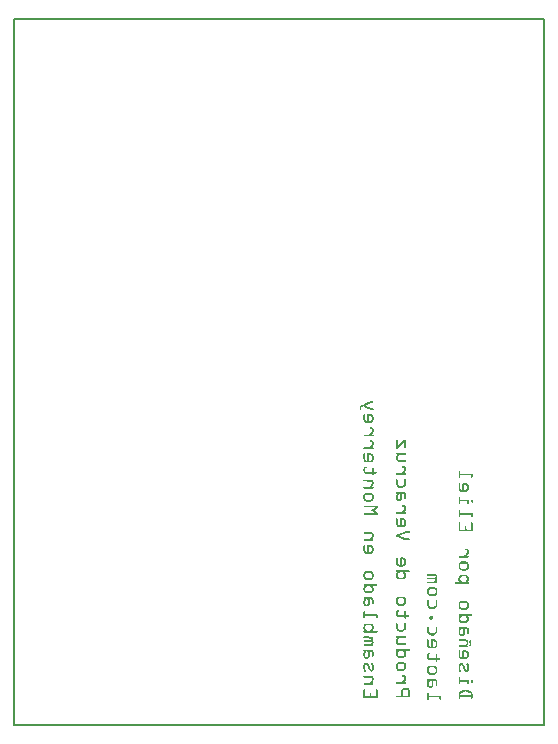
<source format=gbo>
G04 MADE WITH FRITZING*
G04 WWW.FRITZING.ORG*
G04 DOUBLE SIDED*
G04 HOLES PLATED*
G04 CONTOUR ON CENTER OF CONTOUR VECTOR*
%ASAXBY*%
%FSLAX23Y23*%
%MOIN*%
%OFA0B0*%
%SFA1.0B1.0*%
%ADD10R,1.771650X2.362200X1.755650X2.346200*%
%ADD11C,0.008000*%
%ADD12R,0.001000X0.001000*%
%LNSILK0*%
G90*
G70*
G54D11*
X4Y2358D02*
X1768Y2358D01*
X1768Y4D01*
X4Y4D01*
X4Y2358D01*
D02*
G54D12*
X1193Y1084D02*
X1198Y1084D01*
X1190Y1083D02*
X1200Y1083D01*
X1188Y1082D02*
X1201Y1082D01*
X1186Y1081D02*
X1201Y1081D01*
X1184Y1080D02*
X1201Y1080D01*
X1181Y1079D02*
X1200Y1079D01*
X1179Y1078D02*
X1198Y1078D01*
X1177Y1077D02*
X1191Y1077D01*
X1174Y1076D02*
X1189Y1076D01*
X1172Y1075D02*
X1186Y1075D01*
X1170Y1074D02*
X1184Y1074D01*
X1168Y1073D02*
X1182Y1073D01*
X1165Y1072D02*
X1180Y1072D01*
X1163Y1071D02*
X1177Y1071D01*
X1161Y1070D02*
X1175Y1070D01*
X1158Y1069D02*
X1175Y1069D01*
X1156Y1068D02*
X1175Y1068D01*
X1155Y1067D02*
X1168Y1067D01*
X1170Y1067D02*
X1177Y1067D01*
X1155Y1066D02*
X1166Y1066D01*
X1170Y1066D02*
X1180Y1066D01*
X1155Y1065D02*
X1164Y1065D01*
X1170Y1065D02*
X1182Y1065D01*
X1155Y1064D02*
X1161Y1064D01*
X1171Y1064D02*
X1184Y1064D01*
X1155Y1063D02*
X1160Y1063D01*
X1172Y1063D02*
X1187Y1063D01*
X1155Y1062D02*
X1160Y1062D01*
X1175Y1062D02*
X1189Y1062D01*
X1155Y1061D02*
X1160Y1061D01*
X1177Y1061D02*
X1191Y1061D01*
X1155Y1060D02*
X1160Y1060D01*
X1179Y1060D02*
X1198Y1060D01*
X1155Y1059D02*
X1160Y1059D01*
X1181Y1059D02*
X1200Y1059D01*
X1155Y1058D02*
X1160Y1058D01*
X1184Y1058D02*
X1201Y1058D01*
X1155Y1057D02*
X1160Y1057D01*
X1186Y1057D02*
X1201Y1057D01*
X1155Y1056D02*
X1159Y1056D01*
X1188Y1056D02*
X1201Y1056D01*
X1155Y1055D02*
X1159Y1055D01*
X1190Y1055D02*
X1200Y1055D01*
X1193Y1054D02*
X1198Y1054D01*
X1169Y1040D02*
X1171Y1040D01*
X1182Y1040D02*
X1193Y1040D01*
X1168Y1039D02*
X1172Y1039D01*
X1181Y1039D02*
X1195Y1039D01*
X1167Y1038D02*
X1172Y1038D01*
X1180Y1038D02*
X1196Y1038D01*
X1167Y1037D02*
X1172Y1037D01*
X1180Y1037D02*
X1197Y1037D01*
X1167Y1036D02*
X1172Y1036D01*
X1180Y1036D02*
X1198Y1036D01*
X1167Y1035D02*
X1172Y1035D01*
X1180Y1035D02*
X1199Y1035D01*
X1167Y1034D02*
X1172Y1034D01*
X1180Y1034D02*
X1185Y1034D01*
X1192Y1034D02*
X1199Y1034D01*
X1167Y1033D02*
X1172Y1033D01*
X1180Y1033D02*
X1185Y1033D01*
X1193Y1033D02*
X1200Y1033D01*
X1167Y1032D02*
X1172Y1032D01*
X1180Y1032D02*
X1185Y1032D01*
X1194Y1032D02*
X1200Y1032D01*
X1167Y1031D02*
X1172Y1031D01*
X1180Y1031D02*
X1185Y1031D01*
X1195Y1031D02*
X1201Y1031D01*
X1167Y1030D02*
X1172Y1030D01*
X1180Y1030D02*
X1185Y1030D01*
X1195Y1030D02*
X1201Y1030D01*
X1167Y1029D02*
X1172Y1029D01*
X1180Y1029D02*
X1185Y1029D01*
X1196Y1029D02*
X1201Y1029D01*
X1167Y1028D02*
X1172Y1028D01*
X1180Y1028D02*
X1185Y1028D01*
X1196Y1028D02*
X1201Y1028D01*
X1167Y1027D02*
X1172Y1027D01*
X1180Y1027D02*
X1185Y1027D01*
X1196Y1027D02*
X1201Y1027D01*
X1167Y1026D02*
X1172Y1026D01*
X1180Y1026D02*
X1185Y1026D01*
X1196Y1026D02*
X1201Y1026D01*
X1167Y1025D02*
X1172Y1025D01*
X1180Y1025D02*
X1185Y1025D01*
X1196Y1025D02*
X1201Y1025D01*
X1167Y1024D02*
X1172Y1024D01*
X1180Y1024D02*
X1185Y1024D01*
X1196Y1024D02*
X1201Y1024D01*
X1167Y1023D02*
X1172Y1023D01*
X1180Y1023D02*
X1185Y1023D01*
X1196Y1023D02*
X1201Y1023D01*
X1167Y1022D02*
X1172Y1022D01*
X1180Y1022D02*
X1185Y1022D01*
X1196Y1022D02*
X1201Y1022D01*
X1167Y1021D02*
X1173Y1021D01*
X1180Y1021D02*
X1185Y1021D01*
X1195Y1021D02*
X1201Y1021D01*
X1167Y1020D02*
X1173Y1020D01*
X1180Y1020D02*
X1185Y1020D01*
X1195Y1020D02*
X1201Y1020D01*
X1168Y1019D02*
X1174Y1019D01*
X1180Y1019D02*
X1185Y1019D01*
X1194Y1019D02*
X1200Y1019D01*
X1168Y1018D02*
X1175Y1018D01*
X1180Y1018D02*
X1185Y1018D01*
X1193Y1018D02*
X1200Y1018D01*
X1169Y1017D02*
X1176Y1017D01*
X1180Y1017D02*
X1185Y1017D01*
X1192Y1017D02*
X1199Y1017D01*
X1169Y1016D02*
X1199Y1016D01*
X1170Y1015D02*
X1198Y1015D01*
X1171Y1014D02*
X1197Y1014D01*
X1172Y1013D02*
X1196Y1013D01*
X1173Y1012D02*
X1195Y1012D01*
X1175Y1011D02*
X1193Y1011D01*
X1189Y996D02*
X1196Y996D01*
X1188Y995D02*
X1197Y995D01*
X1188Y994D02*
X1198Y994D01*
X1188Y993D02*
X1199Y993D01*
X1189Y992D02*
X1200Y992D01*
X1190Y991D02*
X1200Y991D01*
X1195Y990D02*
X1200Y990D01*
X1195Y989D02*
X1201Y989D01*
X1196Y988D02*
X1201Y988D01*
X1196Y987D02*
X1201Y987D01*
X1196Y986D02*
X1201Y986D01*
X1196Y985D02*
X1201Y985D01*
X1196Y984D02*
X1201Y984D01*
X1196Y983D02*
X1201Y983D01*
X1195Y982D02*
X1201Y982D01*
X1194Y981D02*
X1201Y981D01*
X1193Y980D02*
X1200Y980D01*
X1192Y979D02*
X1199Y979D01*
X1191Y978D02*
X1198Y978D01*
X1191Y977D02*
X1198Y977D01*
X1190Y976D02*
X1197Y976D01*
X1189Y975D02*
X1196Y975D01*
X1188Y974D02*
X1195Y974D01*
X1187Y973D02*
X1195Y973D01*
X1168Y972D02*
X1200Y972D01*
X1168Y971D02*
X1200Y971D01*
X1167Y970D02*
X1201Y970D01*
X1168Y969D02*
X1201Y969D01*
X1168Y968D02*
X1200Y968D01*
X1169Y967D02*
X1199Y967D01*
X1277Y955D02*
X1279Y955D01*
X1303Y955D02*
X1307Y955D01*
X1276Y954D02*
X1280Y954D01*
X1302Y954D02*
X1308Y954D01*
X1190Y953D02*
X1194Y953D01*
X1276Y953D02*
X1281Y953D01*
X1301Y953D02*
X1309Y953D01*
X1189Y952D02*
X1196Y952D01*
X1276Y952D02*
X1281Y952D01*
X1300Y952D02*
X1309Y952D01*
X1188Y951D02*
X1198Y951D01*
X1276Y951D02*
X1281Y951D01*
X1299Y951D02*
X1309Y951D01*
X1188Y950D02*
X1199Y950D01*
X1276Y950D02*
X1281Y950D01*
X1298Y950D02*
X1309Y950D01*
X1188Y949D02*
X1199Y949D01*
X1276Y949D02*
X1281Y949D01*
X1297Y949D02*
X1309Y949D01*
X1189Y948D02*
X1200Y948D01*
X1276Y948D02*
X1281Y948D01*
X1296Y948D02*
X1309Y948D01*
X1194Y947D02*
X1200Y947D01*
X1276Y947D02*
X1281Y947D01*
X1295Y947D02*
X1302Y947D01*
X1304Y947D02*
X1309Y947D01*
X1195Y946D02*
X1201Y946D01*
X1276Y946D02*
X1281Y946D01*
X1294Y946D02*
X1301Y946D01*
X1304Y946D02*
X1309Y946D01*
X1195Y945D02*
X1201Y945D01*
X1276Y945D02*
X1281Y945D01*
X1293Y945D02*
X1300Y945D01*
X1304Y945D02*
X1309Y945D01*
X1196Y944D02*
X1201Y944D01*
X1276Y944D02*
X1281Y944D01*
X1292Y944D02*
X1299Y944D01*
X1304Y944D02*
X1309Y944D01*
X1196Y943D02*
X1201Y943D01*
X1276Y943D02*
X1281Y943D01*
X1291Y943D02*
X1299Y943D01*
X1304Y943D02*
X1309Y943D01*
X1196Y942D02*
X1201Y942D01*
X1276Y942D02*
X1281Y942D01*
X1290Y942D02*
X1298Y942D01*
X1304Y942D02*
X1309Y942D01*
X1196Y941D02*
X1201Y941D01*
X1276Y941D02*
X1281Y941D01*
X1289Y941D02*
X1297Y941D01*
X1304Y941D02*
X1309Y941D01*
X1196Y940D02*
X1201Y940D01*
X1276Y940D02*
X1281Y940D01*
X1288Y940D02*
X1296Y940D01*
X1304Y940D02*
X1309Y940D01*
X1195Y939D02*
X1201Y939D01*
X1276Y939D02*
X1281Y939D01*
X1287Y939D02*
X1295Y939D01*
X1304Y939D02*
X1309Y939D01*
X1195Y938D02*
X1201Y938D01*
X1276Y938D02*
X1281Y938D01*
X1286Y938D02*
X1294Y938D01*
X1304Y938D02*
X1309Y938D01*
X1194Y937D02*
X1201Y937D01*
X1276Y937D02*
X1281Y937D01*
X1285Y937D02*
X1293Y937D01*
X1304Y937D02*
X1309Y937D01*
X1193Y936D02*
X1200Y936D01*
X1276Y936D02*
X1281Y936D01*
X1284Y936D02*
X1292Y936D01*
X1304Y936D02*
X1309Y936D01*
X1192Y935D02*
X1199Y935D01*
X1276Y935D02*
X1281Y935D01*
X1283Y935D02*
X1291Y935D01*
X1304Y935D02*
X1309Y935D01*
X1191Y934D02*
X1198Y934D01*
X1276Y934D02*
X1290Y934D01*
X1304Y934D02*
X1309Y934D01*
X1190Y933D02*
X1197Y933D01*
X1276Y933D02*
X1289Y933D01*
X1304Y933D02*
X1309Y933D01*
X1189Y932D02*
X1196Y932D01*
X1276Y932D02*
X1288Y932D01*
X1304Y932D02*
X1309Y932D01*
X1188Y931D02*
X1196Y931D01*
X1276Y931D02*
X1287Y931D01*
X1304Y931D02*
X1309Y931D01*
X1188Y930D02*
X1195Y930D01*
X1276Y930D02*
X1286Y930D01*
X1304Y930D02*
X1309Y930D01*
X1169Y929D02*
X1199Y929D01*
X1276Y929D02*
X1285Y929D01*
X1304Y929D02*
X1309Y929D01*
X1168Y928D02*
X1200Y928D01*
X1276Y928D02*
X1284Y928D01*
X1305Y928D02*
X1308Y928D01*
X1168Y927D02*
X1201Y927D01*
X1276Y927D02*
X1283Y927D01*
X1306Y927D02*
X1307Y927D01*
X1167Y926D02*
X1201Y926D01*
X1277Y926D02*
X1282Y926D01*
X1168Y925D02*
X1200Y925D01*
X1168Y924D02*
X1200Y924D01*
X1277Y911D02*
X1308Y911D01*
X1276Y910D02*
X1309Y910D01*
X1169Y909D02*
X1171Y909D01*
X1181Y909D02*
X1193Y909D01*
X1276Y909D02*
X1309Y909D01*
X1168Y908D02*
X1172Y908D01*
X1181Y908D02*
X1195Y908D01*
X1276Y908D02*
X1309Y908D01*
X1167Y907D02*
X1172Y907D01*
X1180Y907D02*
X1196Y907D01*
X1276Y907D02*
X1308Y907D01*
X1167Y906D02*
X1172Y906D01*
X1180Y906D02*
X1197Y906D01*
X1278Y906D02*
X1307Y906D01*
X1167Y905D02*
X1172Y905D01*
X1180Y905D02*
X1198Y905D01*
X1280Y905D02*
X1287Y905D01*
X1167Y904D02*
X1172Y904D01*
X1180Y904D02*
X1199Y904D01*
X1280Y904D02*
X1286Y904D01*
X1167Y903D02*
X1172Y903D01*
X1180Y903D02*
X1185Y903D01*
X1192Y903D02*
X1199Y903D01*
X1279Y903D02*
X1285Y903D01*
X1167Y902D02*
X1172Y902D01*
X1180Y902D02*
X1185Y902D01*
X1194Y902D02*
X1200Y902D01*
X1278Y902D02*
X1285Y902D01*
X1167Y901D02*
X1172Y901D01*
X1180Y901D02*
X1185Y901D01*
X1195Y901D02*
X1200Y901D01*
X1278Y901D02*
X1284Y901D01*
X1167Y900D02*
X1172Y900D01*
X1180Y900D02*
X1185Y900D01*
X1195Y900D02*
X1201Y900D01*
X1277Y900D02*
X1283Y900D01*
X1167Y899D02*
X1172Y899D01*
X1180Y899D02*
X1185Y899D01*
X1195Y899D02*
X1201Y899D01*
X1277Y899D02*
X1283Y899D01*
X1167Y898D02*
X1172Y898D01*
X1180Y898D02*
X1185Y898D01*
X1196Y898D02*
X1201Y898D01*
X1276Y898D02*
X1282Y898D01*
X1167Y897D02*
X1172Y897D01*
X1180Y897D02*
X1185Y897D01*
X1196Y897D02*
X1201Y897D01*
X1276Y897D02*
X1281Y897D01*
X1167Y896D02*
X1172Y896D01*
X1180Y896D02*
X1185Y896D01*
X1196Y896D02*
X1201Y896D01*
X1276Y896D02*
X1281Y896D01*
X1167Y895D02*
X1172Y895D01*
X1180Y895D02*
X1185Y895D01*
X1196Y895D02*
X1201Y895D01*
X1276Y895D02*
X1281Y895D01*
X1167Y894D02*
X1172Y894D01*
X1180Y894D02*
X1185Y894D01*
X1196Y894D02*
X1201Y894D01*
X1276Y894D02*
X1281Y894D01*
X1167Y893D02*
X1172Y893D01*
X1180Y893D02*
X1185Y893D01*
X1196Y893D02*
X1201Y893D01*
X1276Y893D02*
X1281Y893D01*
X1167Y892D02*
X1172Y892D01*
X1180Y892D02*
X1185Y892D01*
X1196Y892D02*
X1201Y892D01*
X1276Y892D02*
X1281Y892D01*
X1167Y891D02*
X1172Y891D01*
X1180Y891D02*
X1185Y891D01*
X1196Y891D02*
X1201Y891D01*
X1276Y891D02*
X1281Y891D01*
X1167Y890D02*
X1173Y890D01*
X1180Y890D02*
X1185Y890D01*
X1195Y890D02*
X1201Y890D01*
X1276Y890D02*
X1281Y890D01*
X1168Y889D02*
X1173Y889D01*
X1180Y889D02*
X1185Y889D01*
X1195Y889D02*
X1201Y889D01*
X1276Y889D02*
X1282Y889D01*
X1168Y888D02*
X1174Y888D01*
X1180Y888D02*
X1185Y888D01*
X1194Y888D02*
X1200Y888D01*
X1276Y888D02*
X1299Y888D01*
X1168Y887D02*
X1175Y887D01*
X1180Y887D02*
X1185Y887D01*
X1193Y887D02*
X1200Y887D01*
X1277Y887D02*
X1308Y887D01*
X1169Y886D02*
X1176Y886D01*
X1180Y886D02*
X1185Y886D01*
X1192Y886D02*
X1199Y886D01*
X1278Y886D02*
X1309Y886D01*
X1169Y885D02*
X1199Y885D01*
X1278Y885D02*
X1309Y885D01*
X1170Y884D02*
X1198Y884D01*
X1280Y884D02*
X1309Y884D01*
X1171Y883D02*
X1197Y883D01*
X1282Y883D02*
X1308Y883D01*
X1172Y882D02*
X1196Y882D01*
X1298Y882D02*
X1307Y882D01*
X1173Y881D02*
X1194Y881D01*
X1175Y880D02*
X1192Y880D01*
X1298Y868D02*
X1302Y868D01*
X1297Y867D02*
X1304Y867D01*
X1175Y866D02*
X1175Y866D01*
X1296Y866D02*
X1306Y866D01*
X1172Y865D02*
X1177Y865D01*
X1296Y865D02*
X1307Y865D01*
X1171Y864D02*
X1177Y864D01*
X1296Y864D02*
X1308Y864D01*
X1170Y863D02*
X1178Y863D01*
X1297Y863D02*
X1308Y863D01*
X1169Y862D02*
X1177Y862D01*
X1196Y862D02*
X1200Y862D01*
X1302Y862D02*
X1309Y862D01*
X1168Y861D02*
X1177Y861D01*
X1196Y861D02*
X1201Y861D01*
X1303Y861D02*
X1309Y861D01*
X1168Y860D02*
X1175Y860D01*
X1196Y860D02*
X1201Y860D01*
X1304Y860D02*
X1309Y860D01*
X1168Y859D02*
X1173Y859D01*
X1196Y859D02*
X1201Y859D01*
X1304Y859D02*
X1309Y859D01*
X1167Y858D02*
X1173Y858D01*
X1196Y858D02*
X1201Y858D01*
X1304Y858D02*
X1309Y858D01*
X1167Y857D02*
X1172Y857D01*
X1196Y857D02*
X1201Y857D01*
X1304Y857D02*
X1309Y857D01*
X1167Y856D02*
X1172Y856D01*
X1196Y856D02*
X1201Y856D01*
X1304Y856D02*
X1309Y856D01*
X1167Y855D02*
X1172Y855D01*
X1196Y855D02*
X1201Y855D01*
X1304Y855D02*
X1309Y855D01*
X1167Y854D02*
X1172Y854D01*
X1196Y854D02*
X1201Y854D01*
X1304Y854D02*
X1309Y854D01*
X1167Y853D02*
X1172Y853D01*
X1196Y853D02*
X1201Y853D01*
X1303Y853D02*
X1309Y853D01*
X1167Y852D02*
X1172Y852D01*
X1196Y852D02*
X1201Y852D01*
X1302Y852D02*
X1309Y852D01*
X1167Y851D02*
X1172Y851D01*
X1196Y851D02*
X1201Y851D01*
X1301Y851D02*
X1308Y851D01*
X1486Y851D02*
X1488Y851D01*
X1167Y850D02*
X1173Y850D01*
X1196Y850D02*
X1201Y850D01*
X1300Y850D02*
X1307Y850D01*
X1485Y850D02*
X1489Y850D01*
X1168Y849D02*
X1173Y849D01*
X1196Y849D02*
X1201Y849D01*
X1299Y849D02*
X1306Y849D01*
X1485Y849D02*
X1490Y849D01*
X1168Y848D02*
X1208Y848D01*
X1298Y848D02*
X1306Y848D01*
X1485Y848D02*
X1490Y848D01*
X1168Y847D02*
X1210Y847D01*
X1298Y847D02*
X1305Y847D01*
X1485Y847D02*
X1490Y847D01*
X1169Y846D02*
X1211Y846D01*
X1297Y846D02*
X1304Y846D01*
X1485Y846D02*
X1490Y846D01*
X1170Y845D02*
X1211Y845D01*
X1296Y845D02*
X1303Y845D01*
X1485Y845D02*
X1490Y845D01*
X1171Y844D02*
X1211Y844D01*
X1278Y844D02*
X1307Y844D01*
X1485Y844D02*
X1490Y844D01*
X1172Y843D02*
X1210Y843D01*
X1276Y843D02*
X1308Y843D01*
X1485Y843D02*
X1490Y843D01*
X1176Y842D02*
X1208Y842D01*
X1276Y842D02*
X1309Y842D01*
X1485Y842D02*
X1529Y842D01*
X1196Y841D02*
X1201Y841D01*
X1276Y841D02*
X1309Y841D01*
X1485Y841D02*
X1530Y841D01*
X1196Y840D02*
X1201Y840D01*
X1276Y840D02*
X1309Y840D01*
X1485Y840D02*
X1531Y840D01*
X1196Y839D02*
X1201Y839D01*
X1277Y839D02*
X1308Y839D01*
X1485Y839D02*
X1531Y839D01*
X1196Y838D02*
X1201Y838D01*
X1485Y838D02*
X1531Y838D01*
X1196Y837D02*
X1200Y837D01*
X1485Y837D02*
X1531Y837D01*
X1198Y836D02*
X1198Y836D01*
X1485Y836D02*
X1490Y836D01*
X1525Y836D02*
X1531Y836D01*
X1485Y835D02*
X1490Y835D01*
X1526Y835D02*
X1531Y835D01*
X1485Y834D02*
X1490Y834D01*
X1526Y834D02*
X1531Y834D01*
X1485Y833D02*
X1490Y833D01*
X1526Y833D02*
X1531Y833D01*
X1485Y832D02*
X1490Y832D01*
X1526Y832D02*
X1531Y832D01*
X1485Y831D02*
X1490Y831D01*
X1526Y831D02*
X1531Y831D01*
X1485Y830D02*
X1490Y830D01*
X1526Y830D02*
X1531Y830D01*
X1485Y829D02*
X1489Y829D01*
X1526Y829D02*
X1530Y829D01*
X1486Y828D02*
X1489Y828D01*
X1527Y828D02*
X1530Y828D01*
X1277Y824D02*
X1279Y824D01*
X1305Y824D02*
X1308Y824D01*
X1276Y823D02*
X1280Y823D01*
X1304Y823D02*
X1309Y823D01*
X1169Y822D02*
X1183Y822D01*
X1276Y822D02*
X1281Y822D01*
X1304Y822D02*
X1309Y822D01*
X1168Y821D02*
X1195Y821D01*
X1276Y821D02*
X1281Y821D01*
X1304Y821D02*
X1309Y821D01*
X1167Y820D02*
X1197Y820D01*
X1276Y820D02*
X1281Y820D01*
X1304Y820D02*
X1309Y820D01*
X1167Y819D02*
X1198Y819D01*
X1276Y819D02*
X1281Y819D01*
X1304Y819D02*
X1309Y819D01*
X1168Y818D02*
X1199Y818D01*
X1276Y818D02*
X1281Y818D01*
X1304Y818D02*
X1309Y818D01*
X1169Y817D02*
X1200Y817D01*
X1276Y817D02*
X1281Y817D01*
X1304Y817D02*
X1309Y817D01*
X1181Y816D02*
X1200Y816D01*
X1276Y816D02*
X1281Y816D01*
X1304Y816D02*
X1309Y816D01*
X1194Y815D02*
X1200Y815D01*
X1276Y815D02*
X1281Y815D01*
X1304Y815D02*
X1309Y815D01*
X1195Y814D02*
X1201Y814D01*
X1276Y814D02*
X1281Y814D01*
X1304Y814D02*
X1309Y814D01*
X1196Y813D02*
X1201Y813D01*
X1276Y813D02*
X1281Y813D01*
X1304Y813D02*
X1309Y813D01*
X1196Y812D02*
X1201Y812D01*
X1276Y812D02*
X1281Y812D01*
X1304Y812D02*
X1309Y812D01*
X1196Y811D02*
X1201Y811D01*
X1276Y811D02*
X1281Y811D01*
X1304Y811D02*
X1309Y811D01*
X1196Y810D02*
X1201Y810D01*
X1276Y810D02*
X1281Y810D01*
X1304Y810D02*
X1309Y810D01*
X1486Y810D02*
X1488Y810D01*
X1499Y810D02*
X1511Y810D01*
X1196Y809D02*
X1201Y809D01*
X1276Y809D02*
X1281Y809D01*
X1304Y809D02*
X1309Y809D01*
X1485Y809D02*
X1489Y809D01*
X1498Y809D02*
X1512Y809D01*
X1195Y808D02*
X1201Y808D01*
X1276Y808D02*
X1281Y808D01*
X1304Y808D02*
X1309Y808D01*
X1485Y808D02*
X1490Y808D01*
X1497Y808D02*
X1513Y808D01*
X1195Y807D02*
X1200Y807D01*
X1276Y807D02*
X1281Y807D01*
X1303Y807D02*
X1309Y807D01*
X1485Y807D02*
X1490Y807D01*
X1497Y807D02*
X1514Y807D01*
X1194Y806D02*
X1200Y806D01*
X1276Y806D02*
X1282Y806D01*
X1302Y806D02*
X1309Y806D01*
X1485Y806D02*
X1490Y806D01*
X1497Y806D02*
X1515Y806D01*
X1194Y805D02*
X1200Y805D01*
X1276Y805D02*
X1283Y805D01*
X1302Y805D02*
X1308Y805D01*
X1485Y805D02*
X1490Y805D01*
X1497Y805D02*
X1516Y805D01*
X1193Y804D02*
X1199Y804D01*
X1277Y804D02*
X1284Y804D01*
X1301Y804D02*
X1308Y804D01*
X1485Y804D02*
X1490Y804D01*
X1497Y804D02*
X1503Y804D01*
X1510Y804D02*
X1517Y804D01*
X1192Y803D02*
X1199Y803D01*
X1278Y803D02*
X1285Y803D01*
X1300Y803D02*
X1307Y803D01*
X1485Y803D02*
X1490Y803D01*
X1497Y803D02*
X1503Y803D01*
X1511Y803D02*
X1517Y803D01*
X1192Y802D02*
X1198Y802D01*
X1279Y802D02*
X1286Y802D01*
X1299Y802D02*
X1306Y802D01*
X1485Y802D02*
X1490Y802D01*
X1497Y802D02*
X1503Y802D01*
X1512Y802D02*
X1518Y802D01*
X1191Y801D02*
X1197Y801D01*
X1279Y801D02*
X1287Y801D01*
X1298Y801D02*
X1305Y801D01*
X1485Y801D02*
X1490Y801D01*
X1497Y801D02*
X1503Y801D01*
X1512Y801D02*
X1518Y801D01*
X1190Y800D02*
X1197Y800D01*
X1280Y800D02*
X1305Y800D01*
X1485Y800D02*
X1490Y800D01*
X1497Y800D02*
X1503Y800D01*
X1513Y800D02*
X1518Y800D01*
X1190Y799D02*
X1196Y799D01*
X1281Y799D02*
X1304Y799D01*
X1485Y799D02*
X1490Y799D01*
X1497Y799D02*
X1503Y799D01*
X1513Y799D02*
X1518Y799D01*
X1169Y798D02*
X1199Y798D01*
X1282Y798D02*
X1303Y798D01*
X1485Y798D02*
X1490Y798D01*
X1497Y798D02*
X1503Y798D01*
X1513Y798D02*
X1518Y798D01*
X1168Y797D02*
X1200Y797D01*
X1283Y797D02*
X1302Y797D01*
X1485Y797D02*
X1490Y797D01*
X1497Y797D02*
X1503Y797D01*
X1513Y797D02*
X1518Y797D01*
X1167Y796D02*
X1201Y796D01*
X1284Y796D02*
X1300Y796D01*
X1485Y796D02*
X1490Y796D01*
X1497Y796D02*
X1503Y796D01*
X1513Y796D02*
X1518Y796D01*
X1167Y795D02*
X1201Y795D01*
X1286Y795D02*
X1298Y795D01*
X1485Y795D02*
X1490Y795D01*
X1497Y795D02*
X1503Y795D01*
X1513Y795D02*
X1518Y795D01*
X1168Y794D02*
X1200Y794D01*
X1485Y794D02*
X1490Y794D01*
X1497Y794D02*
X1503Y794D01*
X1513Y794D02*
X1518Y794D01*
X1169Y793D02*
X1200Y793D01*
X1485Y793D02*
X1490Y793D01*
X1497Y793D02*
X1503Y793D01*
X1513Y793D02*
X1518Y793D01*
X1485Y792D02*
X1490Y792D01*
X1497Y792D02*
X1503Y792D01*
X1513Y792D02*
X1518Y792D01*
X1485Y791D02*
X1490Y791D01*
X1497Y791D02*
X1503Y791D01*
X1513Y791D02*
X1518Y791D01*
X1485Y790D02*
X1490Y790D01*
X1497Y790D02*
X1503Y790D01*
X1512Y790D02*
X1518Y790D01*
X1485Y789D02*
X1491Y789D01*
X1497Y789D02*
X1503Y789D01*
X1511Y789D02*
X1517Y789D01*
X1485Y788D02*
X1492Y788D01*
X1497Y788D02*
X1503Y788D01*
X1510Y788D02*
X1517Y788D01*
X1486Y787D02*
X1493Y787D01*
X1497Y787D02*
X1503Y787D01*
X1509Y787D02*
X1517Y787D01*
X1487Y786D02*
X1516Y786D01*
X1487Y785D02*
X1515Y785D01*
X1488Y784D02*
X1514Y784D01*
X1489Y783D02*
X1513Y783D01*
X1491Y782D02*
X1512Y782D01*
X1278Y781D02*
X1279Y781D01*
X1493Y781D02*
X1510Y781D01*
X1276Y780D02*
X1302Y780D01*
X1276Y779D02*
X1304Y779D01*
X1175Y778D02*
X1194Y778D01*
X1276Y778D02*
X1306Y778D01*
X1173Y777D02*
X1195Y777D01*
X1276Y777D02*
X1307Y777D01*
X1172Y776D02*
X1196Y776D01*
X1276Y776D02*
X1308Y776D01*
X1171Y775D02*
X1197Y775D01*
X1278Y775D02*
X1308Y775D01*
X1170Y774D02*
X1198Y774D01*
X1278Y774D02*
X1284Y774D01*
X1290Y774D02*
X1296Y774D01*
X1301Y774D02*
X1309Y774D01*
X1169Y773D02*
X1199Y773D01*
X1278Y773D02*
X1284Y773D01*
X1291Y773D02*
X1296Y773D01*
X1303Y773D02*
X1309Y773D01*
X1169Y772D02*
X1175Y772D01*
X1193Y772D02*
X1200Y772D01*
X1277Y772D02*
X1283Y772D01*
X1291Y772D02*
X1296Y772D01*
X1304Y772D02*
X1309Y772D01*
X1168Y771D02*
X1174Y771D01*
X1194Y771D02*
X1200Y771D01*
X1276Y771D02*
X1282Y771D01*
X1291Y771D02*
X1296Y771D01*
X1304Y771D02*
X1309Y771D01*
X1168Y770D02*
X1174Y770D01*
X1195Y770D02*
X1200Y770D01*
X1276Y770D02*
X1282Y770D01*
X1291Y770D02*
X1296Y770D01*
X1304Y770D02*
X1309Y770D01*
X1167Y769D02*
X1173Y769D01*
X1195Y769D02*
X1201Y769D01*
X1276Y769D02*
X1281Y769D01*
X1291Y769D02*
X1296Y769D01*
X1304Y769D02*
X1309Y769D01*
X1167Y768D02*
X1173Y768D01*
X1196Y768D02*
X1201Y768D01*
X1276Y768D02*
X1281Y768D01*
X1291Y768D02*
X1296Y768D01*
X1304Y768D02*
X1309Y768D01*
X1167Y767D02*
X1172Y767D01*
X1196Y767D02*
X1201Y767D01*
X1276Y767D02*
X1281Y767D01*
X1291Y767D02*
X1296Y767D01*
X1304Y767D02*
X1309Y767D01*
X1167Y766D02*
X1172Y766D01*
X1196Y766D02*
X1201Y766D01*
X1276Y766D02*
X1281Y766D01*
X1291Y766D02*
X1296Y766D01*
X1304Y766D02*
X1309Y766D01*
X1167Y765D02*
X1172Y765D01*
X1196Y765D02*
X1201Y765D01*
X1276Y765D02*
X1281Y765D01*
X1291Y765D02*
X1296Y765D01*
X1304Y765D02*
X1309Y765D01*
X1167Y764D02*
X1172Y764D01*
X1196Y764D02*
X1201Y764D01*
X1276Y764D02*
X1281Y764D01*
X1291Y764D02*
X1296Y764D01*
X1304Y764D02*
X1309Y764D01*
X1487Y764D02*
X1487Y764D01*
X1167Y763D02*
X1172Y763D01*
X1196Y763D02*
X1201Y763D01*
X1276Y763D02*
X1281Y763D01*
X1291Y763D02*
X1296Y763D01*
X1304Y763D02*
X1309Y763D01*
X1485Y763D02*
X1489Y763D01*
X1167Y762D02*
X1172Y762D01*
X1196Y762D02*
X1201Y762D01*
X1276Y762D02*
X1281Y762D01*
X1291Y762D02*
X1296Y762D01*
X1304Y762D02*
X1309Y762D01*
X1485Y762D02*
X1489Y762D01*
X1167Y761D02*
X1172Y761D01*
X1196Y761D02*
X1201Y761D01*
X1276Y761D02*
X1281Y761D01*
X1291Y761D02*
X1296Y761D01*
X1304Y761D02*
X1309Y761D01*
X1485Y761D02*
X1490Y761D01*
X1167Y760D02*
X1172Y760D01*
X1196Y760D02*
X1201Y760D01*
X1276Y760D02*
X1281Y760D01*
X1291Y760D02*
X1296Y760D01*
X1304Y760D02*
X1309Y760D01*
X1485Y760D02*
X1490Y760D01*
X1167Y759D02*
X1173Y759D01*
X1195Y759D02*
X1201Y759D01*
X1276Y759D02*
X1281Y759D01*
X1291Y759D02*
X1296Y759D01*
X1304Y759D02*
X1309Y759D01*
X1485Y759D02*
X1490Y759D01*
X1168Y758D02*
X1173Y758D01*
X1195Y758D02*
X1201Y758D01*
X1276Y758D02*
X1282Y758D01*
X1290Y758D02*
X1296Y758D01*
X1305Y758D02*
X1308Y758D01*
X1485Y758D02*
X1490Y758D01*
X1168Y757D02*
X1174Y757D01*
X1194Y757D02*
X1200Y757D01*
X1276Y757D02*
X1296Y757D01*
X1306Y757D02*
X1307Y757D01*
X1485Y757D02*
X1490Y757D01*
X1168Y756D02*
X1175Y756D01*
X1193Y756D02*
X1200Y756D01*
X1277Y756D02*
X1295Y756D01*
X1485Y756D02*
X1490Y756D01*
X1169Y755D02*
X1177Y755D01*
X1192Y755D02*
X1199Y755D01*
X1277Y755D02*
X1295Y755D01*
X1485Y755D02*
X1515Y755D01*
X1528Y755D02*
X1531Y755D01*
X1170Y754D02*
X1198Y754D01*
X1278Y754D02*
X1294Y754D01*
X1485Y754D02*
X1517Y754D01*
X1527Y754D02*
X1533Y754D01*
X1170Y753D02*
X1198Y753D01*
X1279Y753D02*
X1293Y753D01*
X1485Y753D02*
X1518Y753D01*
X1526Y753D02*
X1533Y753D01*
X1171Y752D02*
X1197Y752D01*
X1280Y752D02*
X1291Y752D01*
X1485Y752D02*
X1518Y752D01*
X1526Y752D02*
X1533Y752D01*
X1172Y751D02*
X1196Y751D01*
X1283Y751D02*
X1288Y751D01*
X1485Y751D02*
X1518Y751D01*
X1526Y751D02*
X1533Y751D01*
X1174Y750D02*
X1194Y750D01*
X1485Y750D02*
X1518Y750D01*
X1526Y750D02*
X1533Y750D01*
X1176Y749D02*
X1192Y749D01*
X1485Y749D02*
X1490Y749D01*
X1512Y749D02*
X1518Y749D01*
X1526Y749D02*
X1533Y749D01*
X1485Y748D02*
X1490Y748D01*
X1513Y748D02*
X1518Y748D01*
X1526Y748D02*
X1533Y748D01*
X1485Y747D02*
X1490Y747D01*
X1513Y747D02*
X1518Y747D01*
X1527Y747D02*
X1533Y747D01*
X1485Y746D02*
X1490Y746D01*
X1513Y746D02*
X1518Y746D01*
X1528Y746D02*
X1531Y746D01*
X1485Y745D02*
X1490Y745D01*
X1513Y745D02*
X1518Y745D01*
X1485Y744D02*
X1490Y744D01*
X1513Y744D02*
X1518Y744D01*
X1485Y743D02*
X1490Y743D01*
X1513Y743D02*
X1518Y743D01*
X1485Y742D02*
X1489Y742D01*
X1513Y742D02*
X1518Y742D01*
X1485Y741D02*
X1489Y741D01*
X1514Y741D02*
X1517Y741D01*
X1487Y740D02*
X1487Y740D01*
X1298Y737D02*
X1303Y737D01*
X1297Y736D02*
X1305Y736D01*
X1169Y735D02*
X1213Y735D01*
X1296Y735D02*
X1306Y735D01*
X1168Y734D02*
X1214Y734D01*
X1296Y734D02*
X1307Y734D01*
X1168Y733D02*
X1214Y733D01*
X1297Y733D02*
X1308Y733D01*
X1167Y732D02*
X1214Y732D01*
X1297Y732D02*
X1308Y732D01*
X1168Y731D02*
X1214Y731D01*
X1302Y731D02*
X1309Y731D01*
X1168Y730D02*
X1214Y730D01*
X1303Y730D02*
X1309Y730D01*
X1205Y729D02*
X1214Y729D01*
X1304Y729D02*
X1309Y729D01*
X1205Y728D02*
X1214Y728D01*
X1304Y728D02*
X1309Y728D01*
X1203Y727D02*
X1213Y727D01*
X1304Y727D02*
X1309Y727D01*
X1202Y726D02*
X1211Y726D01*
X1304Y726D02*
X1309Y726D01*
X1200Y725D02*
X1210Y725D01*
X1304Y725D02*
X1309Y725D01*
X1199Y724D02*
X1208Y724D01*
X1304Y724D02*
X1309Y724D01*
X1195Y723D02*
X1207Y723D01*
X1303Y723D02*
X1309Y723D01*
X1194Y722D02*
X1206Y722D01*
X1303Y722D02*
X1309Y722D01*
X1193Y721D02*
X1204Y721D01*
X1302Y721D02*
X1309Y721D01*
X1193Y720D02*
X1203Y720D01*
X1301Y720D02*
X1308Y720D01*
X1486Y720D02*
X1488Y720D01*
X1193Y719D02*
X1205Y719D01*
X1300Y719D02*
X1307Y719D01*
X1485Y719D02*
X1489Y719D01*
X1194Y718D02*
X1206Y718D01*
X1299Y718D02*
X1306Y718D01*
X1485Y718D02*
X1490Y718D01*
X1198Y717D02*
X1208Y717D01*
X1298Y717D02*
X1305Y717D01*
X1485Y717D02*
X1490Y717D01*
X1199Y716D02*
X1209Y716D01*
X1297Y716D02*
X1305Y716D01*
X1485Y716D02*
X1490Y716D01*
X1201Y715D02*
X1210Y715D01*
X1297Y715D02*
X1304Y715D01*
X1485Y715D02*
X1490Y715D01*
X1202Y714D02*
X1212Y714D01*
X1296Y714D02*
X1303Y714D01*
X1485Y714D02*
X1490Y714D01*
X1204Y713D02*
X1213Y713D01*
X1277Y713D02*
X1307Y713D01*
X1485Y713D02*
X1490Y713D01*
X1205Y712D02*
X1214Y712D01*
X1276Y712D02*
X1308Y712D01*
X1485Y712D02*
X1490Y712D01*
X1169Y711D02*
X1214Y711D01*
X1276Y711D02*
X1309Y711D01*
X1485Y711D02*
X1529Y711D01*
X1168Y710D02*
X1214Y710D01*
X1276Y710D02*
X1309Y710D01*
X1485Y710D02*
X1530Y710D01*
X1168Y709D02*
X1214Y709D01*
X1276Y709D02*
X1309Y709D01*
X1485Y709D02*
X1531Y709D01*
X1167Y708D02*
X1214Y708D01*
X1277Y708D02*
X1308Y708D01*
X1485Y708D02*
X1531Y708D01*
X1168Y707D02*
X1214Y707D01*
X1485Y707D02*
X1531Y707D01*
X1168Y706D02*
X1214Y706D01*
X1485Y706D02*
X1531Y706D01*
X1485Y705D02*
X1490Y705D01*
X1526Y705D02*
X1531Y705D01*
X1485Y704D02*
X1490Y704D01*
X1526Y704D02*
X1531Y704D01*
X1485Y703D02*
X1490Y703D01*
X1526Y703D02*
X1531Y703D01*
X1485Y702D02*
X1490Y702D01*
X1526Y702D02*
X1531Y702D01*
X1485Y701D02*
X1490Y701D01*
X1526Y701D02*
X1531Y701D01*
X1485Y700D02*
X1490Y700D01*
X1526Y700D02*
X1531Y700D01*
X1485Y699D02*
X1490Y699D01*
X1526Y699D02*
X1531Y699D01*
X1485Y698D02*
X1489Y698D01*
X1526Y698D02*
X1530Y698D01*
X1486Y697D02*
X1488Y697D01*
X1527Y697D02*
X1530Y697D01*
X1277Y693D02*
X1280Y693D01*
X1290Y693D02*
X1302Y693D01*
X1276Y692D02*
X1280Y692D01*
X1289Y692D02*
X1303Y692D01*
X1276Y691D02*
X1281Y691D01*
X1289Y691D02*
X1305Y691D01*
X1276Y690D02*
X1281Y690D01*
X1288Y690D02*
X1305Y690D01*
X1276Y689D02*
X1281Y689D01*
X1288Y689D02*
X1306Y689D01*
X1276Y688D02*
X1281Y688D01*
X1288Y688D02*
X1307Y688D01*
X1276Y687D02*
X1281Y687D01*
X1288Y687D02*
X1294Y687D01*
X1301Y687D02*
X1308Y687D01*
X1276Y686D02*
X1281Y686D01*
X1288Y686D02*
X1294Y686D01*
X1302Y686D02*
X1308Y686D01*
X1276Y685D02*
X1281Y685D01*
X1288Y685D02*
X1294Y685D01*
X1303Y685D02*
X1309Y685D01*
X1276Y684D02*
X1281Y684D01*
X1288Y684D02*
X1294Y684D01*
X1303Y684D02*
X1309Y684D01*
X1276Y683D02*
X1281Y683D01*
X1288Y683D02*
X1294Y683D01*
X1304Y683D02*
X1309Y683D01*
X1276Y682D02*
X1281Y682D01*
X1288Y682D02*
X1294Y682D01*
X1304Y682D02*
X1309Y682D01*
X1276Y681D02*
X1281Y681D01*
X1288Y681D02*
X1294Y681D01*
X1304Y681D02*
X1309Y681D01*
X1276Y680D02*
X1281Y680D01*
X1288Y680D02*
X1294Y680D01*
X1304Y680D02*
X1309Y680D01*
X1276Y679D02*
X1281Y679D01*
X1288Y679D02*
X1294Y679D01*
X1304Y679D02*
X1309Y679D01*
X1486Y679D02*
X1489Y679D01*
X1527Y679D02*
X1530Y679D01*
X1276Y678D02*
X1281Y678D01*
X1288Y678D02*
X1294Y678D01*
X1304Y678D02*
X1309Y678D01*
X1485Y678D02*
X1489Y678D01*
X1526Y678D02*
X1531Y678D01*
X1276Y677D02*
X1281Y677D01*
X1288Y677D02*
X1294Y677D01*
X1304Y677D02*
X1309Y677D01*
X1485Y677D02*
X1490Y677D01*
X1526Y677D02*
X1531Y677D01*
X1276Y676D02*
X1281Y676D01*
X1288Y676D02*
X1294Y676D01*
X1304Y676D02*
X1309Y676D01*
X1485Y676D02*
X1490Y676D01*
X1526Y676D02*
X1531Y676D01*
X1276Y675D02*
X1281Y675D01*
X1288Y675D02*
X1294Y675D01*
X1304Y675D02*
X1309Y675D01*
X1485Y675D02*
X1490Y675D01*
X1526Y675D02*
X1531Y675D01*
X1276Y674D02*
X1281Y674D01*
X1288Y674D02*
X1294Y674D01*
X1304Y674D02*
X1309Y674D01*
X1485Y674D02*
X1490Y674D01*
X1526Y674D02*
X1531Y674D01*
X1276Y673D02*
X1281Y673D01*
X1288Y673D02*
X1294Y673D01*
X1303Y673D02*
X1309Y673D01*
X1485Y673D02*
X1490Y673D01*
X1526Y673D02*
X1531Y673D01*
X1276Y672D02*
X1282Y672D01*
X1288Y672D02*
X1294Y672D01*
X1302Y672D02*
X1309Y672D01*
X1485Y672D02*
X1490Y672D01*
X1526Y672D02*
X1531Y672D01*
X1277Y671D02*
X1283Y671D01*
X1288Y671D02*
X1294Y671D01*
X1301Y671D02*
X1308Y671D01*
X1485Y671D02*
X1490Y671D01*
X1526Y671D02*
X1531Y671D01*
X1277Y670D02*
X1285Y670D01*
X1288Y670D02*
X1294Y670D01*
X1300Y670D02*
X1308Y670D01*
X1485Y670D02*
X1490Y670D01*
X1526Y670D02*
X1531Y670D01*
X1278Y669D02*
X1307Y669D01*
X1485Y669D02*
X1490Y669D01*
X1526Y669D02*
X1531Y669D01*
X1279Y668D02*
X1306Y668D01*
X1485Y668D02*
X1490Y668D01*
X1526Y668D02*
X1531Y668D01*
X1280Y667D02*
X1305Y667D01*
X1485Y667D02*
X1490Y667D01*
X1506Y667D02*
X1509Y667D01*
X1526Y667D02*
X1531Y667D01*
X1281Y666D02*
X1304Y666D01*
X1485Y666D02*
X1490Y666D01*
X1505Y666D02*
X1510Y666D01*
X1526Y666D02*
X1531Y666D01*
X1282Y665D02*
X1303Y665D01*
X1485Y665D02*
X1490Y665D01*
X1505Y665D02*
X1510Y665D01*
X1526Y665D02*
X1531Y665D01*
X1284Y664D02*
X1300Y664D01*
X1485Y664D02*
X1490Y664D01*
X1505Y664D02*
X1510Y664D01*
X1526Y664D02*
X1531Y664D01*
X1485Y663D02*
X1490Y663D01*
X1505Y663D02*
X1510Y663D01*
X1526Y663D02*
X1531Y663D01*
X1485Y662D02*
X1490Y662D01*
X1505Y662D02*
X1510Y662D01*
X1526Y662D02*
X1531Y662D01*
X1485Y661D02*
X1490Y661D01*
X1505Y661D02*
X1510Y661D01*
X1526Y661D02*
X1531Y661D01*
X1485Y660D02*
X1490Y660D01*
X1505Y660D02*
X1510Y660D01*
X1526Y660D02*
X1531Y660D01*
X1485Y659D02*
X1490Y659D01*
X1505Y659D02*
X1510Y659D01*
X1526Y659D02*
X1531Y659D01*
X1485Y658D02*
X1490Y658D01*
X1505Y658D02*
X1510Y658D01*
X1526Y658D02*
X1531Y658D01*
X1485Y657D02*
X1490Y657D01*
X1505Y657D02*
X1510Y657D01*
X1526Y657D02*
X1531Y657D01*
X1485Y656D02*
X1490Y656D01*
X1505Y656D02*
X1511Y656D01*
X1525Y656D02*
X1531Y656D01*
X1485Y655D02*
X1531Y655D01*
X1485Y654D02*
X1531Y654D01*
X1485Y653D02*
X1531Y653D01*
X1485Y652D02*
X1531Y652D01*
X1485Y651D02*
X1531Y651D01*
X1308Y650D02*
X1320Y650D01*
X1485Y650D02*
X1531Y650D01*
X1306Y649D02*
X1321Y649D01*
X1303Y648D02*
X1322Y648D01*
X1168Y647D02*
X1194Y647D01*
X1301Y647D02*
X1322Y647D01*
X1168Y646D02*
X1196Y646D01*
X1298Y646D02*
X1322Y646D01*
X1167Y645D02*
X1198Y645D01*
X1296Y645D02*
X1321Y645D01*
X1168Y644D02*
X1199Y644D01*
X1293Y644D02*
X1309Y644D01*
X1168Y643D02*
X1199Y643D01*
X1290Y643D02*
X1306Y643D01*
X1170Y642D02*
X1200Y642D01*
X1288Y642D02*
X1304Y642D01*
X1193Y641D02*
X1200Y641D01*
X1285Y641D02*
X1301Y641D01*
X1195Y640D02*
X1201Y640D01*
X1283Y640D02*
X1299Y640D01*
X1195Y639D02*
X1201Y639D01*
X1280Y639D02*
X1296Y639D01*
X1196Y638D02*
X1201Y638D01*
X1278Y638D02*
X1293Y638D01*
X1196Y637D02*
X1201Y637D01*
X1276Y637D02*
X1291Y637D01*
X1196Y636D02*
X1201Y636D01*
X1276Y636D02*
X1288Y636D01*
X1196Y635D02*
X1201Y635D01*
X1276Y635D02*
X1287Y635D01*
X1196Y634D02*
X1201Y634D01*
X1276Y634D02*
X1289Y634D01*
X1195Y633D02*
X1201Y633D01*
X1276Y633D02*
X1292Y633D01*
X1194Y632D02*
X1200Y632D01*
X1278Y632D02*
X1294Y632D01*
X1194Y631D02*
X1200Y631D01*
X1281Y631D02*
X1297Y631D01*
X1193Y630D02*
X1199Y630D01*
X1283Y630D02*
X1299Y630D01*
X1192Y629D02*
X1199Y629D01*
X1286Y629D02*
X1302Y629D01*
X1192Y628D02*
X1198Y628D01*
X1288Y628D02*
X1304Y628D01*
X1191Y627D02*
X1198Y627D01*
X1291Y627D02*
X1307Y627D01*
X1191Y626D02*
X1197Y626D01*
X1294Y626D02*
X1320Y626D01*
X1190Y625D02*
X1196Y625D01*
X1296Y625D02*
X1321Y625D01*
X1171Y624D02*
X1198Y624D01*
X1299Y624D02*
X1322Y624D01*
X1168Y623D02*
X1200Y623D01*
X1301Y623D02*
X1322Y623D01*
X1168Y622D02*
X1201Y622D01*
X1304Y622D02*
X1322Y622D01*
X1167Y621D02*
X1201Y621D01*
X1306Y621D02*
X1321Y621D01*
X1168Y620D02*
X1201Y620D01*
X1168Y619D02*
X1200Y619D01*
X1170Y618D02*
X1198Y618D01*
X1169Y604D02*
X1171Y604D01*
X1182Y604D02*
X1193Y604D01*
X1168Y603D02*
X1172Y603D01*
X1181Y603D02*
X1195Y603D01*
X1167Y602D02*
X1172Y602D01*
X1180Y602D02*
X1196Y602D01*
X1167Y601D02*
X1172Y601D01*
X1180Y601D02*
X1197Y601D01*
X1167Y600D02*
X1172Y600D01*
X1180Y600D02*
X1198Y600D01*
X1167Y599D02*
X1172Y599D01*
X1180Y599D02*
X1199Y599D01*
X1167Y598D02*
X1172Y598D01*
X1180Y598D02*
X1185Y598D01*
X1192Y598D02*
X1199Y598D01*
X1167Y597D02*
X1172Y597D01*
X1180Y597D02*
X1185Y597D01*
X1193Y597D02*
X1200Y597D01*
X1167Y596D02*
X1172Y596D01*
X1180Y596D02*
X1185Y596D01*
X1194Y596D02*
X1200Y596D01*
X1167Y595D02*
X1172Y595D01*
X1180Y595D02*
X1185Y595D01*
X1195Y595D02*
X1201Y595D01*
X1167Y594D02*
X1172Y594D01*
X1180Y594D02*
X1185Y594D01*
X1195Y594D02*
X1201Y594D01*
X1167Y593D02*
X1172Y593D01*
X1180Y593D02*
X1185Y593D01*
X1196Y593D02*
X1201Y593D01*
X1167Y592D02*
X1172Y592D01*
X1180Y592D02*
X1185Y592D01*
X1196Y592D02*
X1201Y592D01*
X1506Y592D02*
X1512Y592D01*
X1167Y591D02*
X1172Y591D01*
X1180Y591D02*
X1185Y591D01*
X1196Y591D02*
X1201Y591D01*
X1506Y591D02*
X1514Y591D01*
X1167Y590D02*
X1172Y590D01*
X1180Y590D02*
X1185Y590D01*
X1196Y590D02*
X1201Y590D01*
X1505Y590D02*
X1515Y590D01*
X1167Y589D02*
X1172Y589D01*
X1180Y589D02*
X1185Y589D01*
X1196Y589D02*
X1201Y589D01*
X1505Y589D02*
X1516Y589D01*
X1167Y588D02*
X1172Y588D01*
X1180Y588D02*
X1185Y588D01*
X1196Y588D02*
X1201Y588D01*
X1506Y588D02*
X1517Y588D01*
X1167Y587D02*
X1172Y587D01*
X1180Y587D02*
X1185Y587D01*
X1196Y587D02*
X1201Y587D01*
X1507Y587D02*
X1517Y587D01*
X1167Y586D02*
X1172Y586D01*
X1180Y586D02*
X1185Y586D01*
X1196Y586D02*
X1201Y586D01*
X1512Y586D02*
X1518Y586D01*
X1167Y585D02*
X1173Y585D01*
X1180Y585D02*
X1185Y585D01*
X1196Y585D02*
X1201Y585D01*
X1512Y585D02*
X1518Y585D01*
X1167Y584D02*
X1173Y584D01*
X1180Y584D02*
X1185Y584D01*
X1195Y584D02*
X1201Y584D01*
X1513Y584D02*
X1518Y584D01*
X1168Y583D02*
X1174Y583D01*
X1180Y583D02*
X1185Y583D01*
X1194Y583D02*
X1200Y583D01*
X1513Y583D02*
X1518Y583D01*
X1168Y582D02*
X1174Y582D01*
X1180Y582D02*
X1185Y582D01*
X1194Y582D02*
X1200Y582D01*
X1513Y582D02*
X1518Y582D01*
X1169Y581D02*
X1176Y581D01*
X1180Y581D02*
X1185Y581D01*
X1192Y581D02*
X1200Y581D01*
X1513Y581D02*
X1518Y581D01*
X1169Y580D02*
X1199Y580D01*
X1513Y580D02*
X1518Y580D01*
X1170Y579D02*
X1198Y579D01*
X1513Y579D02*
X1518Y579D01*
X1171Y578D02*
X1197Y578D01*
X1512Y578D02*
X1518Y578D01*
X1172Y577D02*
X1196Y577D01*
X1511Y577D02*
X1518Y577D01*
X1173Y576D02*
X1195Y576D01*
X1511Y576D02*
X1517Y576D01*
X1175Y575D02*
X1193Y575D01*
X1510Y575D02*
X1517Y575D01*
X1509Y574D02*
X1516Y574D01*
X1508Y573D02*
X1515Y573D01*
X1507Y572D02*
X1514Y572D01*
X1506Y571D02*
X1513Y571D01*
X1505Y570D02*
X1512Y570D01*
X1504Y569D02*
X1512Y569D01*
X1486Y568D02*
X1517Y568D01*
X1485Y567D02*
X1518Y567D01*
X1485Y566D02*
X1518Y566D01*
X1485Y565D02*
X1518Y565D01*
X1485Y564D02*
X1517Y564D01*
X1292Y563D02*
X1298Y563D01*
X1486Y563D02*
X1516Y563D01*
X1277Y562D02*
X1280Y562D01*
X1289Y562D02*
X1302Y562D01*
X1276Y561D02*
X1280Y561D01*
X1289Y561D02*
X1304Y561D01*
X1276Y560D02*
X1281Y560D01*
X1288Y560D02*
X1305Y560D01*
X1276Y559D02*
X1281Y559D01*
X1288Y559D02*
X1306Y559D01*
X1276Y558D02*
X1281Y558D01*
X1288Y558D02*
X1306Y558D01*
X1276Y557D02*
X1281Y557D01*
X1288Y557D02*
X1307Y557D01*
X1276Y556D02*
X1281Y556D01*
X1288Y556D02*
X1294Y556D01*
X1301Y556D02*
X1308Y556D01*
X1276Y555D02*
X1281Y555D01*
X1288Y555D02*
X1294Y555D01*
X1302Y555D02*
X1308Y555D01*
X1276Y554D02*
X1281Y554D01*
X1288Y554D02*
X1294Y554D01*
X1303Y554D02*
X1309Y554D01*
X1276Y553D02*
X1281Y553D01*
X1288Y553D02*
X1294Y553D01*
X1304Y553D02*
X1309Y553D01*
X1276Y552D02*
X1281Y552D01*
X1288Y552D02*
X1294Y552D01*
X1304Y552D02*
X1309Y552D01*
X1276Y551D02*
X1281Y551D01*
X1288Y551D02*
X1294Y551D01*
X1304Y551D02*
X1309Y551D01*
X1276Y550D02*
X1281Y550D01*
X1288Y550D02*
X1294Y550D01*
X1304Y550D02*
X1309Y550D01*
X1276Y549D02*
X1281Y549D01*
X1288Y549D02*
X1294Y549D01*
X1304Y549D02*
X1309Y549D01*
X1494Y549D02*
X1508Y549D01*
X1276Y548D02*
X1281Y548D01*
X1288Y548D02*
X1294Y548D01*
X1304Y548D02*
X1309Y548D01*
X1491Y548D02*
X1511Y548D01*
X1276Y547D02*
X1281Y547D01*
X1288Y547D02*
X1294Y547D01*
X1304Y547D02*
X1309Y547D01*
X1490Y547D02*
X1513Y547D01*
X1276Y546D02*
X1281Y546D01*
X1288Y546D02*
X1294Y546D01*
X1304Y546D02*
X1309Y546D01*
X1489Y546D02*
X1514Y546D01*
X1276Y545D02*
X1281Y545D01*
X1288Y545D02*
X1294Y545D01*
X1304Y545D02*
X1309Y545D01*
X1488Y545D02*
X1515Y545D01*
X1276Y544D02*
X1281Y544D01*
X1288Y544D02*
X1294Y544D01*
X1304Y544D02*
X1309Y544D01*
X1487Y544D02*
X1515Y544D01*
X1276Y543D02*
X1281Y543D01*
X1288Y543D02*
X1294Y543D01*
X1304Y543D02*
X1309Y543D01*
X1486Y543D02*
X1516Y543D01*
X1276Y542D02*
X1282Y542D01*
X1288Y542D02*
X1294Y542D01*
X1303Y542D02*
X1309Y542D01*
X1486Y542D02*
X1492Y542D01*
X1510Y542D02*
X1517Y542D01*
X1276Y541D02*
X1282Y541D01*
X1288Y541D02*
X1294Y541D01*
X1302Y541D02*
X1308Y541D01*
X1485Y541D02*
X1491Y541D01*
X1511Y541D02*
X1517Y541D01*
X1277Y540D02*
X1283Y540D01*
X1288Y540D02*
X1294Y540D01*
X1301Y540D02*
X1308Y540D01*
X1485Y540D02*
X1491Y540D01*
X1512Y540D02*
X1518Y540D01*
X1277Y539D02*
X1286Y539D01*
X1288Y539D02*
X1294Y539D01*
X1299Y539D02*
X1307Y539D01*
X1485Y539D02*
X1490Y539D01*
X1513Y539D02*
X1518Y539D01*
X1278Y538D02*
X1307Y538D01*
X1485Y538D02*
X1490Y538D01*
X1513Y538D02*
X1518Y538D01*
X1279Y537D02*
X1306Y537D01*
X1485Y537D02*
X1490Y537D01*
X1513Y537D02*
X1518Y537D01*
X1280Y536D02*
X1305Y536D01*
X1485Y536D02*
X1490Y536D01*
X1513Y536D02*
X1518Y536D01*
X1281Y535D02*
X1304Y535D01*
X1485Y535D02*
X1490Y535D01*
X1513Y535D02*
X1518Y535D01*
X1282Y534D02*
X1302Y534D01*
X1485Y534D02*
X1490Y534D01*
X1513Y534D02*
X1518Y534D01*
X1285Y533D02*
X1299Y533D01*
X1485Y533D02*
X1490Y533D01*
X1513Y533D02*
X1518Y533D01*
X1485Y532D02*
X1490Y532D01*
X1513Y532D02*
X1518Y532D01*
X1485Y531D02*
X1490Y531D01*
X1513Y531D02*
X1518Y531D01*
X1485Y530D02*
X1490Y530D01*
X1513Y530D02*
X1518Y530D01*
X1485Y529D02*
X1490Y529D01*
X1513Y529D02*
X1518Y529D01*
X1485Y528D02*
X1491Y528D01*
X1512Y528D02*
X1518Y528D01*
X1485Y527D02*
X1491Y527D01*
X1511Y527D02*
X1517Y527D01*
X1486Y526D02*
X1492Y526D01*
X1510Y526D02*
X1517Y526D01*
X1486Y525D02*
X1516Y525D01*
X1487Y524D02*
X1515Y524D01*
X1488Y523D02*
X1515Y523D01*
X1489Y522D02*
X1514Y522D01*
X1490Y521D02*
X1513Y521D01*
X1491Y520D02*
X1511Y520D01*
X1277Y519D02*
X1320Y519D01*
X1495Y519D02*
X1508Y519D01*
X1276Y518D02*
X1321Y518D01*
X1176Y517D02*
X1192Y517D01*
X1276Y517D02*
X1322Y517D01*
X1174Y516D02*
X1194Y516D01*
X1276Y516D02*
X1322Y516D01*
X1173Y515D02*
X1196Y515D01*
X1276Y515D02*
X1321Y515D01*
X1171Y514D02*
X1197Y514D01*
X1277Y514D02*
X1321Y514D01*
X1171Y513D02*
X1198Y513D01*
X1279Y513D02*
X1287Y513D01*
X1298Y513D02*
X1305Y513D01*
X1170Y512D02*
X1198Y512D01*
X1279Y512D02*
X1286Y512D01*
X1299Y512D02*
X1306Y512D01*
X1169Y511D02*
X1177Y511D01*
X1191Y511D02*
X1199Y511D01*
X1278Y511D02*
X1285Y511D01*
X1300Y511D02*
X1307Y511D01*
X1168Y510D02*
X1175Y510D01*
X1193Y510D02*
X1200Y510D01*
X1277Y510D02*
X1284Y510D01*
X1301Y510D02*
X1307Y510D01*
X1168Y509D02*
X1174Y509D01*
X1194Y509D02*
X1200Y509D01*
X1277Y509D02*
X1283Y509D01*
X1301Y509D02*
X1308Y509D01*
X1168Y508D02*
X1173Y508D01*
X1195Y508D02*
X1200Y508D01*
X1276Y508D02*
X1282Y508D01*
X1302Y508D02*
X1308Y508D01*
X1167Y507D02*
X1173Y507D01*
X1195Y507D02*
X1201Y507D01*
X1276Y507D02*
X1281Y507D01*
X1303Y507D02*
X1309Y507D01*
X1381Y507D02*
X1406Y507D01*
X1167Y506D02*
X1173Y506D01*
X1196Y506D02*
X1201Y506D01*
X1276Y506D02*
X1281Y506D01*
X1304Y506D02*
X1309Y506D01*
X1380Y506D02*
X1409Y506D01*
X1167Y505D02*
X1172Y505D01*
X1196Y505D02*
X1201Y505D01*
X1276Y505D02*
X1281Y505D01*
X1304Y505D02*
X1309Y505D01*
X1380Y505D02*
X1411Y505D01*
X1494Y505D02*
X1509Y505D01*
X1167Y504D02*
X1172Y504D01*
X1196Y504D02*
X1201Y504D01*
X1276Y504D02*
X1281Y504D01*
X1304Y504D02*
X1309Y504D01*
X1380Y504D02*
X1411Y504D01*
X1492Y504D02*
X1510Y504D01*
X1167Y503D02*
X1172Y503D01*
X1196Y503D02*
X1201Y503D01*
X1276Y503D02*
X1281Y503D01*
X1304Y503D02*
X1309Y503D01*
X1381Y503D02*
X1412Y503D01*
X1491Y503D02*
X1512Y503D01*
X1167Y502D02*
X1172Y502D01*
X1196Y502D02*
X1201Y502D01*
X1276Y502D02*
X1281Y502D01*
X1304Y502D02*
X1309Y502D01*
X1382Y502D02*
X1413Y502D01*
X1490Y502D02*
X1513Y502D01*
X1167Y501D02*
X1172Y501D01*
X1196Y501D02*
X1201Y501D01*
X1276Y501D02*
X1281Y501D01*
X1304Y501D02*
X1309Y501D01*
X1405Y501D02*
X1413Y501D01*
X1489Y501D02*
X1514Y501D01*
X1167Y500D02*
X1172Y500D01*
X1196Y500D02*
X1201Y500D01*
X1276Y500D02*
X1281Y500D01*
X1304Y500D02*
X1309Y500D01*
X1408Y500D02*
X1413Y500D01*
X1488Y500D02*
X1515Y500D01*
X1167Y499D02*
X1172Y499D01*
X1196Y499D02*
X1201Y499D01*
X1276Y499D02*
X1281Y499D01*
X1303Y499D02*
X1309Y499D01*
X1408Y499D02*
X1413Y499D01*
X1487Y499D02*
X1494Y499D01*
X1508Y499D02*
X1515Y499D01*
X1167Y498D02*
X1173Y498D01*
X1196Y498D02*
X1201Y498D01*
X1276Y498D02*
X1282Y498D01*
X1303Y498D02*
X1309Y498D01*
X1407Y498D02*
X1413Y498D01*
X1486Y498D02*
X1493Y498D01*
X1509Y498D02*
X1516Y498D01*
X1168Y497D02*
X1173Y497D01*
X1195Y497D02*
X1201Y497D01*
X1276Y497D02*
X1283Y497D01*
X1302Y497D02*
X1308Y497D01*
X1406Y497D02*
X1412Y497D01*
X1485Y497D02*
X1492Y497D01*
X1510Y497D02*
X1517Y497D01*
X1168Y496D02*
X1174Y496D01*
X1195Y496D02*
X1200Y496D01*
X1277Y496D02*
X1284Y496D01*
X1301Y496D02*
X1308Y496D01*
X1405Y496D02*
X1412Y496D01*
X1485Y496D02*
X1492Y496D01*
X1511Y496D02*
X1518Y496D01*
X1168Y495D02*
X1174Y495D01*
X1194Y495D02*
X1200Y495D01*
X1277Y495D02*
X1307Y495D01*
X1381Y495D02*
X1411Y495D01*
X1484Y495D02*
X1491Y495D01*
X1512Y495D02*
X1518Y495D01*
X1169Y494D02*
X1175Y494D01*
X1193Y494D02*
X1200Y494D01*
X1278Y494D02*
X1306Y494D01*
X1380Y494D02*
X1411Y494D01*
X1484Y494D02*
X1490Y494D01*
X1513Y494D02*
X1519Y494D01*
X1169Y493D02*
X1199Y493D01*
X1279Y493D02*
X1305Y493D01*
X1380Y493D02*
X1411Y493D01*
X1483Y493D02*
X1489Y493D01*
X1513Y493D02*
X1519Y493D01*
X1170Y492D02*
X1198Y492D01*
X1280Y492D02*
X1304Y492D01*
X1380Y492D02*
X1412Y492D01*
X1483Y492D02*
X1489Y492D01*
X1514Y492D02*
X1519Y492D01*
X1171Y491D02*
X1197Y491D01*
X1281Y491D02*
X1303Y491D01*
X1380Y491D02*
X1413Y491D01*
X1483Y491D02*
X1488Y491D01*
X1514Y491D02*
X1519Y491D01*
X1172Y490D02*
X1196Y490D01*
X1283Y490D02*
X1302Y490D01*
X1381Y490D02*
X1413Y490D01*
X1483Y490D02*
X1488Y490D01*
X1514Y490D02*
X1519Y490D01*
X1173Y489D02*
X1195Y489D01*
X1407Y489D02*
X1413Y489D01*
X1483Y489D02*
X1489Y489D01*
X1514Y489D02*
X1519Y489D01*
X1174Y488D02*
X1194Y488D01*
X1408Y488D02*
X1413Y488D01*
X1484Y488D02*
X1489Y488D01*
X1513Y488D02*
X1519Y488D01*
X1408Y487D02*
X1413Y487D01*
X1484Y487D02*
X1490Y487D01*
X1513Y487D02*
X1519Y487D01*
X1407Y486D02*
X1413Y486D01*
X1484Y486D02*
X1491Y486D01*
X1511Y486D02*
X1518Y486D01*
X1406Y485D02*
X1412Y485D01*
X1485Y485D02*
X1492Y485D01*
X1510Y485D02*
X1518Y485D01*
X1405Y484D02*
X1412Y484D01*
X1485Y484D02*
X1493Y484D01*
X1509Y484D02*
X1517Y484D01*
X1404Y483D02*
X1411Y483D01*
X1486Y483D02*
X1494Y483D01*
X1508Y483D02*
X1516Y483D01*
X1381Y482D02*
X1412Y482D01*
X1487Y482D02*
X1495Y482D01*
X1507Y482D02*
X1515Y482D01*
X1380Y481D02*
X1413Y481D01*
X1473Y481D02*
X1518Y481D01*
X1380Y480D02*
X1413Y480D01*
X1472Y480D02*
X1519Y480D01*
X1380Y479D02*
X1413Y479D01*
X1472Y479D02*
X1519Y479D01*
X1381Y478D02*
X1412Y478D01*
X1472Y478D02*
X1519Y478D01*
X1382Y477D02*
X1411Y477D01*
X1472Y477D02*
X1519Y477D01*
X1473Y476D02*
X1518Y476D01*
X1169Y473D02*
X1212Y473D01*
X1168Y472D02*
X1213Y472D01*
X1167Y471D02*
X1214Y471D01*
X1167Y470D02*
X1213Y470D01*
X1168Y469D02*
X1213Y469D01*
X1169Y468D02*
X1212Y468D01*
X1171Y467D02*
X1178Y467D01*
X1190Y467D02*
X1197Y467D01*
X1170Y466D02*
X1177Y466D01*
X1191Y466D02*
X1198Y466D01*
X1169Y465D02*
X1176Y465D01*
X1192Y465D02*
X1199Y465D01*
X1169Y464D02*
X1176Y464D01*
X1193Y464D02*
X1199Y464D01*
X1168Y463D02*
X1175Y463D01*
X1193Y463D02*
X1200Y463D01*
X1387Y463D02*
X1406Y463D01*
X1168Y462D02*
X1174Y462D01*
X1194Y462D02*
X1200Y462D01*
X1385Y462D02*
X1408Y462D01*
X1168Y461D02*
X1173Y461D01*
X1195Y461D02*
X1201Y461D01*
X1384Y461D02*
X1409Y461D01*
X1167Y460D02*
X1173Y460D01*
X1196Y460D02*
X1201Y460D01*
X1383Y460D02*
X1410Y460D01*
X1167Y459D02*
X1172Y459D01*
X1196Y459D02*
X1201Y459D01*
X1382Y459D02*
X1411Y459D01*
X1167Y458D02*
X1172Y458D01*
X1196Y458D02*
X1201Y458D01*
X1382Y458D02*
X1411Y458D01*
X1167Y457D02*
X1172Y457D01*
X1196Y457D02*
X1201Y457D01*
X1381Y457D02*
X1388Y457D01*
X1405Y457D02*
X1412Y457D01*
X1167Y456D02*
X1172Y456D01*
X1196Y456D02*
X1201Y456D01*
X1380Y456D02*
X1387Y456D01*
X1406Y456D02*
X1412Y456D01*
X1167Y455D02*
X1172Y455D01*
X1196Y455D02*
X1201Y455D01*
X1380Y455D02*
X1386Y455D01*
X1407Y455D02*
X1413Y455D01*
X1167Y454D02*
X1173Y454D01*
X1195Y454D02*
X1201Y454D01*
X1380Y454D02*
X1385Y454D01*
X1408Y454D02*
X1413Y454D01*
X1168Y453D02*
X1173Y453D01*
X1195Y453D02*
X1201Y453D01*
X1380Y453D02*
X1385Y453D01*
X1408Y453D02*
X1413Y453D01*
X1168Y452D02*
X1174Y452D01*
X1194Y452D02*
X1200Y452D01*
X1380Y452D02*
X1385Y452D01*
X1408Y452D02*
X1413Y452D01*
X1168Y451D02*
X1175Y451D01*
X1193Y451D02*
X1200Y451D01*
X1380Y451D02*
X1385Y451D01*
X1408Y451D02*
X1413Y451D01*
X1169Y450D02*
X1176Y450D01*
X1192Y450D02*
X1199Y450D01*
X1380Y450D02*
X1385Y450D01*
X1408Y450D02*
X1413Y450D01*
X1169Y449D02*
X1199Y449D01*
X1380Y449D02*
X1385Y449D01*
X1408Y449D02*
X1413Y449D01*
X1170Y448D02*
X1198Y448D01*
X1380Y448D02*
X1385Y448D01*
X1408Y448D02*
X1413Y448D01*
X1171Y447D02*
X1197Y447D01*
X1380Y447D02*
X1385Y447D01*
X1408Y447D02*
X1413Y447D01*
X1172Y446D02*
X1196Y446D01*
X1380Y446D02*
X1385Y446D01*
X1408Y446D02*
X1413Y446D01*
X1173Y445D02*
X1195Y445D01*
X1380Y445D02*
X1385Y445D01*
X1408Y445D02*
X1413Y445D01*
X1175Y444D02*
X1193Y444D01*
X1380Y444D02*
X1385Y444D01*
X1408Y444D02*
X1413Y444D01*
X1380Y443D02*
X1386Y443D01*
X1407Y443D02*
X1413Y443D01*
X1380Y442D02*
X1386Y442D01*
X1407Y442D02*
X1413Y442D01*
X1381Y441D02*
X1387Y441D01*
X1406Y441D02*
X1412Y441D01*
X1381Y440D02*
X1389Y440D01*
X1404Y440D02*
X1412Y440D01*
X1382Y439D02*
X1411Y439D01*
X1383Y438D02*
X1410Y438D01*
X1384Y437D02*
X1409Y437D01*
X1385Y436D02*
X1408Y436D01*
X1386Y435D02*
X1407Y435D01*
X1388Y434D02*
X1404Y434D01*
X1285Y432D02*
X1300Y432D01*
X1282Y431D02*
X1302Y431D01*
X1170Y430D02*
X1170Y430D01*
X1281Y430D02*
X1304Y430D01*
X1168Y429D02*
X1194Y429D01*
X1280Y429D02*
X1305Y429D01*
X1168Y428D02*
X1196Y428D01*
X1279Y428D02*
X1306Y428D01*
X1167Y427D02*
X1198Y427D01*
X1278Y427D02*
X1307Y427D01*
X1168Y426D02*
X1199Y426D01*
X1277Y426D02*
X1285Y426D01*
X1299Y426D02*
X1307Y426D01*
X1168Y425D02*
X1199Y425D01*
X1277Y425D02*
X1283Y425D01*
X1301Y425D02*
X1308Y425D01*
X1170Y424D02*
X1200Y424D01*
X1276Y424D02*
X1282Y424D01*
X1302Y424D02*
X1308Y424D01*
X1170Y423D02*
X1176Y423D01*
X1181Y423D02*
X1188Y423D01*
X1193Y423D02*
X1200Y423D01*
X1276Y423D02*
X1282Y423D01*
X1303Y423D02*
X1309Y423D01*
X1169Y422D02*
X1175Y422D01*
X1182Y422D02*
X1188Y422D01*
X1195Y422D02*
X1201Y422D01*
X1276Y422D02*
X1281Y422D01*
X1304Y422D02*
X1309Y422D01*
X1169Y421D02*
X1175Y421D01*
X1183Y421D02*
X1188Y421D01*
X1196Y421D02*
X1201Y421D01*
X1276Y421D02*
X1281Y421D01*
X1304Y421D02*
X1309Y421D01*
X1168Y420D02*
X1174Y420D01*
X1183Y420D02*
X1188Y420D01*
X1196Y420D02*
X1201Y420D01*
X1276Y420D02*
X1281Y420D01*
X1304Y420D02*
X1309Y420D01*
X1382Y420D02*
X1383Y420D01*
X1410Y420D02*
X1411Y420D01*
X1168Y419D02*
X1174Y419D01*
X1183Y419D02*
X1188Y419D01*
X1196Y419D02*
X1201Y419D01*
X1276Y419D02*
X1281Y419D01*
X1304Y419D02*
X1309Y419D01*
X1380Y419D02*
X1384Y419D01*
X1409Y419D02*
X1413Y419D01*
X1167Y418D02*
X1173Y418D01*
X1183Y418D02*
X1188Y418D01*
X1196Y418D02*
X1201Y418D01*
X1276Y418D02*
X1281Y418D01*
X1304Y418D02*
X1309Y418D01*
X1380Y418D02*
X1385Y418D01*
X1408Y418D02*
X1413Y418D01*
X1493Y418D02*
X1509Y418D01*
X1167Y417D02*
X1173Y417D01*
X1183Y417D02*
X1188Y417D01*
X1196Y417D02*
X1201Y417D01*
X1276Y417D02*
X1281Y417D01*
X1304Y417D02*
X1309Y417D01*
X1380Y417D02*
X1385Y417D01*
X1408Y417D02*
X1413Y417D01*
X1491Y417D02*
X1512Y417D01*
X1167Y416D02*
X1172Y416D01*
X1183Y416D02*
X1188Y416D01*
X1196Y416D02*
X1201Y416D01*
X1276Y416D02*
X1281Y416D01*
X1304Y416D02*
X1309Y416D01*
X1380Y416D02*
X1385Y416D01*
X1408Y416D02*
X1413Y416D01*
X1490Y416D02*
X1513Y416D01*
X1167Y415D02*
X1172Y415D01*
X1183Y415D02*
X1188Y415D01*
X1196Y415D02*
X1201Y415D01*
X1276Y415D02*
X1281Y415D01*
X1304Y415D02*
X1309Y415D01*
X1380Y415D02*
X1385Y415D01*
X1408Y415D02*
X1413Y415D01*
X1489Y415D02*
X1514Y415D01*
X1167Y414D02*
X1172Y414D01*
X1183Y414D02*
X1188Y414D01*
X1196Y414D02*
X1201Y414D01*
X1276Y414D02*
X1281Y414D01*
X1304Y414D02*
X1309Y414D01*
X1380Y414D02*
X1385Y414D01*
X1408Y414D02*
X1413Y414D01*
X1488Y414D02*
X1515Y414D01*
X1167Y413D02*
X1172Y413D01*
X1183Y413D02*
X1188Y413D01*
X1196Y413D02*
X1201Y413D01*
X1276Y413D02*
X1281Y413D01*
X1304Y413D02*
X1309Y413D01*
X1380Y413D02*
X1385Y413D01*
X1408Y413D02*
X1413Y413D01*
X1487Y413D02*
X1516Y413D01*
X1167Y412D02*
X1172Y412D01*
X1183Y412D02*
X1188Y412D01*
X1196Y412D02*
X1201Y412D01*
X1276Y412D02*
X1281Y412D01*
X1304Y412D02*
X1309Y412D01*
X1380Y412D02*
X1385Y412D01*
X1408Y412D02*
X1413Y412D01*
X1486Y412D02*
X1494Y412D01*
X1509Y412D02*
X1516Y412D01*
X1167Y411D02*
X1172Y411D01*
X1183Y411D02*
X1188Y411D01*
X1196Y411D02*
X1201Y411D01*
X1276Y411D02*
X1282Y411D01*
X1303Y411D02*
X1309Y411D01*
X1380Y411D02*
X1385Y411D01*
X1408Y411D02*
X1413Y411D01*
X1486Y411D02*
X1492Y411D01*
X1510Y411D02*
X1517Y411D01*
X1167Y410D02*
X1172Y410D01*
X1183Y410D02*
X1188Y410D01*
X1196Y410D02*
X1201Y410D01*
X1276Y410D02*
X1283Y410D01*
X1302Y410D02*
X1308Y410D01*
X1380Y410D02*
X1385Y410D01*
X1408Y410D02*
X1413Y410D01*
X1485Y410D02*
X1491Y410D01*
X1511Y410D02*
X1517Y410D01*
X1167Y409D02*
X1172Y409D01*
X1183Y409D02*
X1188Y409D01*
X1196Y409D02*
X1201Y409D01*
X1277Y409D02*
X1284Y409D01*
X1301Y409D02*
X1308Y409D01*
X1380Y409D02*
X1385Y409D01*
X1408Y409D02*
X1413Y409D01*
X1485Y409D02*
X1490Y409D01*
X1512Y409D02*
X1518Y409D01*
X1167Y408D02*
X1173Y408D01*
X1183Y408D02*
X1188Y408D01*
X1196Y408D02*
X1201Y408D01*
X1277Y408D02*
X1307Y408D01*
X1380Y408D02*
X1385Y408D01*
X1408Y408D02*
X1413Y408D01*
X1485Y408D02*
X1490Y408D01*
X1513Y408D02*
X1518Y408D01*
X1168Y407D02*
X1173Y407D01*
X1182Y407D02*
X1188Y407D01*
X1196Y407D02*
X1200Y407D01*
X1278Y407D02*
X1306Y407D01*
X1380Y407D02*
X1385Y407D01*
X1408Y407D02*
X1413Y407D01*
X1485Y407D02*
X1490Y407D01*
X1513Y407D02*
X1518Y407D01*
X1168Y406D02*
X1176Y406D01*
X1180Y406D02*
X1187Y406D01*
X1198Y406D02*
X1198Y406D01*
X1279Y406D02*
X1306Y406D01*
X1380Y406D02*
X1385Y406D01*
X1408Y406D02*
X1413Y406D01*
X1485Y406D02*
X1490Y406D01*
X1513Y406D02*
X1518Y406D01*
X1168Y405D02*
X1187Y405D01*
X1280Y405D02*
X1305Y405D01*
X1380Y405D02*
X1385Y405D01*
X1408Y405D02*
X1413Y405D01*
X1485Y405D02*
X1490Y405D01*
X1513Y405D02*
X1518Y405D01*
X1169Y404D02*
X1186Y404D01*
X1281Y404D02*
X1303Y404D01*
X1380Y404D02*
X1385Y404D01*
X1408Y404D02*
X1413Y404D01*
X1485Y404D02*
X1490Y404D01*
X1513Y404D02*
X1518Y404D01*
X1170Y403D02*
X1186Y403D01*
X1282Y403D02*
X1302Y403D01*
X1380Y403D02*
X1385Y403D01*
X1408Y403D02*
X1413Y403D01*
X1485Y403D02*
X1490Y403D01*
X1513Y403D02*
X1518Y403D01*
X1171Y402D02*
X1185Y402D01*
X1380Y402D02*
X1386Y402D01*
X1407Y402D02*
X1413Y402D01*
X1485Y402D02*
X1490Y402D01*
X1513Y402D02*
X1518Y402D01*
X1172Y401D02*
X1183Y401D01*
X1380Y401D02*
X1387Y401D01*
X1406Y401D02*
X1412Y401D01*
X1485Y401D02*
X1490Y401D01*
X1513Y401D02*
X1518Y401D01*
X1175Y400D02*
X1180Y400D01*
X1381Y400D02*
X1388Y400D01*
X1405Y400D02*
X1412Y400D01*
X1485Y400D02*
X1490Y400D01*
X1513Y400D02*
X1518Y400D01*
X1382Y399D02*
X1389Y399D01*
X1404Y399D02*
X1411Y399D01*
X1485Y399D02*
X1490Y399D01*
X1513Y399D02*
X1518Y399D01*
X1382Y398D02*
X1389Y398D01*
X1404Y398D02*
X1411Y398D01*
X1485Y398D02*
X1490Y398D01*
X1512Y398D02*
X1518Y398D01*
X1383Y397D02*
X1390Y397D01*
X1403Y397D02*
X1410Y397D01*
X1485Y397D02*
X1491Y397D01*
X1512Y397D02*
X1518Y397D01*
X1384Y396D02*
X1409Y396D01*
X1485Y396D02*
X1492Y396D01*
X1511Y396D02*
X1517Y396D01*
X1385Y395D02*
X1408Y395D01*
X1486Y395D02*
X1493Y395D01*
X1510Y395D02*
X1517Y395D01*
X1386Y394D02*
X1407Y394D01*
X1486Y394D02*
X1516Y394D01*
X1387Y393D02*
X1406Y393D01*
X1487Y393D02*
X1515Y393D01*
X1388Y392D02*
X1405Y392D01*
X1488Y392D02*
X1514Y392D01*
X1389Y391D02*
X1404Y391D01*
X1489Y391D02*
X1514Y391D01*
X1490Y390D02*
X1512Y390D01*
X1492Y389D02*
X1511Y389D01*
X1281Y388D02*
X1284Y388D01*
X1280Y387D02*
X1285Y387D01*
X1279Y386D02*
X1286Y386D01*
X1278Y385D02*
X1286Y385D01*
X1305Y385D02*
X1308Y385D01*
X1277Y384D02*
X1285Y384D01*
X1304Y384D02*
X1309Y384D01*
X1169Y383D02*
X1171Y383D01*
X1276Y383D02*
X1284Y383D01*
X1304Y383D02*
X1309Y383D01*
X1168Y382D02*
X1172Y382D01*
X1276Y382D02*
X1282Y382D01*
X1304Y382D02*
X1309Y382D01*
X1167Y381D02*
X1172Y381D01*
X1276Y381D02*
X1281Y381D01*
X1304Y381D02*
X1309Y381D01*
X1167Y380D02*
X1172Y380D01*
X1276Y380D02*
X1281Y380D01*
X1304Y380D02*
X1309Y380D01*
X1167Y379D02*
X1172Y379D01*
X1276Y379D02*
X1281Y379D01*
X1304Y379D02*
X1309Y379D01*
X1167Y378D02*
X1172Y378D01*
X1276Y378D02*
X1281Y378D01*
X1304Y378D02*
X1309Y378D01*
X1167Y377D02*
X1172Y377D01*
X1276Y377D02*
X1281Y377D01*
X1304Y377D02*
X1309Y377D01*
X1167Y376D02*
X1172Y376D01*
X1276Y376D02*
X1281Y376D01*
X1304Y376D02*
X1309Y376D01*
X1167Y375D02*
X1172Y375D01*
X1276Y375D02*
X1281Y375D01*
X1304Y375D02*
X1309Y375D01*
X1167Y374D02*
X1212Y374D01*
X1276Y374D02*
X1281Y374D01*
X1304Y374D02*
X1309Y374D01*
X1486Y374D02*
X1530Y374D01*
X1167Y373D02*
X1213Y373D01*
X1276Y373D02*
X1281Y373D01*
X1304Y373D02*
X1309Y373D01*
X1485Y373D02*
X1530Y373D01*
X1167Y372D02*
X1213Y372D01*
X1276Y372D02*
X1281Y372D01*
X1304Y372D02*
X1309Y372D01*
X1485Y372D02*
X1531Y372D01*
X1167Y371D02*
X1214Y371D01*
X1276Y371D02*
X1282Y371D01*
X1304Y371D02*
X1309Y371D01*
X1485Y371D02*
X1531Y371D01*
X1167Y370D02*
X1214Y370D01*
X1276Y370D02*
X1318Y370D01*
X1485Y370D02*
X1530Y370D01*
X1167Y369D02*
X1214Y369D01*
X1277Y369D02*
X1319Y369D01*
X1486Y369D02*
X1529Y369D01*
X1167Y368D02*
X1173Y368D01*
X1208Y368D02*
X1214Y368D01*
X1278Y368D02*
X1319Y368D01*
X1488Y368D02*
X1496Y368D01*
X1507Y368D02*
X1514Y368D01*
X1167Y367D02*
X1172Y367D01*
X1208Y367D02*
X1214Y367D01*
X1278Y367D02*
X1319Y367D01*
X1389Y367D02*
X1396Y367D01*
X1487Y367D02*
X1494Y367D01*
X1508Y367D02*
X1515Y367D01*
X1167Y366D02*
X1172Y366D01*
X1208Y366D02*
X1214Y366D01*
X1280Y366D02*
X1319Y366D01*
X1388Y366D02*
X1397Y366D01*
X1486Y366D02*
X1494Y366D01*
X1509Y366D02*
X1516Y366D01*
X1167Y365D02*
X1172Y365D01*
X1208Y365D02*
X1214Y365D01*
X1282Y365D02*
X1318Y365D01*
X1388Y365D02*
X1398Y365D01*
X1486Y365D02*
X1493Y365D01*
X1510Y365D02*
X1517Y365D01*
X1167Y364D02*
X1172Y364D01*
X1208Y364D02*
X1214Y364D01*
X1304Y364D02*
X1309Y364D01*
X1387Y364D02*
X1398Y364D01*
X1485Y364D02*
X1492Y364D01*
X1511Y364D02*
X1517Y364D01*
X1167Y363D02*
X1172Y363D01*
X1208Y363D02*
X1214Y363D01*
X1304Y363D02*
X1309Y363D01*
X1387Y363D02*
X1398Y363D01*
X1485Y363D02*
X1491Y363D01*
X1511Y363D02*
X1518Y363D01*
X1167Y362D02*
X1172Y362D01*
X1209Y362D02*
X1214Y362D01*
X1304Y362D02*
X1309Y362D01*
X1387Y362D02*
X1398Y362D01*
X1485Y362D02*
X1490Y362D01*
X1512Y362D02*
X1518Y362D01*
X1168Y361D02*
X1172Y361D01*
X1209Y361D02*
X1213Y361D01*
X1304Y361D02*
X1309Y361D01*
X1387Y361D02*
X1398Y361D01*
X1485Y361D02*
X1490Y361D01*
X1513Y361D02*
X1518Y361D01*
X1169Y360D02*
X1171Y360D01*
X1210Y360D02*
X1212Y360D01*
X1304Y360D02*
X1309Y360D01*
X1387Y360D02*
X1398Y360D01*
X1485Y360D02*
X1490Y360D01*
X1513Y360D02*
X1518Y360D01*
X1305Y359D02*
X1308Y359D01*
X1387Y359D02*
X1398Y359D01*
X1485Y359D02*
X1490Y359D01*
X1513Y359D02*
X1518Y359D01*
X1388Y358D02*
X1398Y358D01*
X1485Y358D02*
X1490Y358D01*
X1513Y358D02*
X1518Y358D01*
X1388Y357D02*
X1397Y357D01*
X1485Y357D02*
X1490Y357D01*
X1513Y357D02*
X1518Y357D01*
X1389Y356D02*
X1396Y356D01*
X1485Y356D02*
X1490Y356D01*
X1513Y356D02*
X1518Y356D01*
X1485Y355D02*
X1490Y355D01*
X1513Y355D02*
X1518Y355D01*
X1485Y354D02*
X1490Y354D01*
X1512Y354D02*
X1518Y354D01*
X1485Y353D02*
X1491Y353D01*
X1511Y353D02*
X1518Y353D01*
X1485Y352D02*
X1492Y352D01*
X1511Y352D02*
X1517Y352D01*
X1486Y351D02*
X1493Y351D01*
X1509Y351D02*
X1517Y351D01*
X1487Y350D02*
X1516Y350D01*
X1487Y349D02*
X1515Y349D01*
X1488Y348D02*
X1514Y348D01*
X1489Y347D02*
X1513Y347D01*
X1490Y346D02*
X1512Y346D01*
X1493Y345D02*
X1510Y345D01*
X1277Y344D02*
X1280Y344D01*
X1305Y344D02*
X1308Y344D01*
X1276Y343D02*
X1280Y343D01*
X1304Y343D02*
X1309Y343D01*
X1175Y342D02*
X1194Y342D01*
X1276Y342D02*
X1281Y342D01*
X1304Y342D02*
X1309Y342D01*
X1173Y341D02*
X1195Y341D01*
X1276Y341D02*
X1281Y341D01*
X1304Y341D02*
X1309Y341D01*
X1172Y340D02*
X1196Y340D01*
X1276Y340D02*
X1281Y340D01*
X1304Y340D02*
X1309Y340D01*
X1171Y339D02*
X1197Y339D01*
X1276Y339D02*
X1281Y339D01*
X1304Y339D02*
X1309Y339D01*
X1170Y338D02*
X1198Y338D01*
X1276Y338D02*
X1281Y338D01*
X1304Y338D02*
X1309Y338D01*
X1169Y337D02*
X1199Y337D01*
X1276Y337D02*
X1281Y337D01*
X1304Y337D02*
X1309Y337D01*
X1169Y336D02*
X1176Y336D01*
X1193Y336D02*
X1200Y336D01*
X1276Y336D02*
X1281Y336D01*
X1304Y336D02*
X1309Y336D01*
X1168Y335D02*
X1175Y335D01*
X1194Y335D02*
X1200Y335D01*
X1276Y335D02*
X1281Y335D01*
X1304Y335D02*
X1309Y335D01*
X1168Y334D02*
X1174Y334D01*
X1194Y334D02*
X1200Y334D01*
X1276Y334D02*
X1281Y334D01*
X1304Y334D02*
X1309Y334D01*
X1168Y333D02*
X1173Y333D01*
X1195Y333D02*
X1201Y333D01*
X1276Y333D02*
X1281Y333D01*
X1304Y333D02*
X1309Y333D01*
X1167Y332D02*
X1173Y332D01*
X1196Y332D02*
X1201Y332D01*
X1276Y332D02*
X1281Y332D01*
X1304Y332D02*
X1309Y332D01*
X1381Y332D02*
X1384Y332D01*
X1409Y332D02*
X1412Y332D01*
X1167Y331D02*
X1172Y331D01*
X1196Y331D02*
X1201Y331D01*
X1276Y331D02*
X1281Y331D01*
X1304Y331D02*
X1309Y331D01*
X1380Y331D02*
X1385Y331D01*
X1408Y331D02*
X1413Y331D01*
X1487Y331D02*
X1488Y331D01*
X1167Y330D02*
X1172Y330D01*
X1196Y330D02*
X1201Y330D01*
X1276Y330D02*
X1281Y330D01*
X1304Y330D02*
X1309Y330D01*
X1380Y330D02*
X1385Y330D01*
X1408Y330D02*
X1413Y330D01*
X1485Y330D02*
X1511Y330D01*
X1167Y329D02*
X1172Y329D01*
X1196Y329D02*
X1201Y329D01*
X1276Y329D02*
X1281Y329D01*
X1304Y329D02*
X1309Y329D01*
X1380Y329D02*
X1385Y329D01*
X1408Y329D02*
X1413Y329D01*
X1485Y329D02*
X1513Y329D01*
X1167Y328D02*
X1172Y328D01*
X1196Y328D02*
X1201Y328D01*
X1276Y328D02*
X1281Y328D01*
X1304Y328D02*
X1309Y328D01*
X1380Y328D02*
X1385Y328D01*
X1408Y328D02*
X1413Y328D01*
X1485Y328D02*
X1515Y328D01*
X1167Y327D02*
X1172Y327D01*
X1196Y327D02*
X1201Y327D01*
X1276Y327D02*
X1282Y327D01*
X1303Y327D02*
X1309Y327D01*
X1380Y327D02*
X1385Y327D01*
X1408Y327D02*
X1413Y327D01*
X1485Y327D02*
X1516Y327D01*
X1167Y326D02*
X1173Y326D01*
X1195Y326D02*
X1201Y326D01*
X1276Y326D02*
X1282Y326D01*
X1302Y326D02*
X1308Y326D01*
X1380Y326D02*
X1385Y326D01*
X1408Y326D02*
X1413Y326D01*
X1485Y326D02*
X1517Y326D01*
X1168Y325D02*
X1173Y325D01*
X1195Y325D02*
X1201Y325D01*
X1277Y325D02*
X1283Y325D01*
X1301Y325D02*
X1308Y325D01*
X1380Y325D02*
X1385Y325D01*
X1408Y325D02*
X1413Y325D01*
X1487Y325D02*
X1517Y325D01*
X1168Y324D02*
X1174Y324D01*
X1194Y324D02*
X1200Y324D01*
X1277Y324D02*
X1284Y324D01*
X1300Y324D02*
X1307Y324D01*
X1380Y324D02*
X1385Y324D01*
X1408Y324D02*
X1413Y324D01*
X1487Y324D02*
X1493Y324D01*
X1499Y324D02*
X1505Y324D01*
X1510Y324D02*
X1517Y324D01*
X1168Y323D02*
X1175Y323D01*
X1193Y323D02*
X1200Y323D01*
X1278Y323D02*
X1285Y323D01*
X1300Y323D02*
X1307Y323D01*
X1380Y323D02*
X1385Y323D01*
X1408Y323D02*
X1413Y323D01*
X1486Y323D02*
X1493Y323D01*
X1500Y323D02*
X1505Y323D01*
X1512Y323D02*
X1518Y323D01*
X1169Y322D02*
X1176Y322D01*
X1192Y322D02*
X1199Y322D01*
X1279Y322D02*
X1286Y322D01*
X1299Y322D02*
X1306Y322D01*
X1380Y322D02*
X1385Y322D01*
X1408Y322D02*
X1413Y322D01*
X1486Y322D02*
X1492Y322D01*
X1500Y322D02*
X1505Y322D01*
X1513Y322D02*
X1518Y322D01*
X1169Y321D02*
X1177Y321D01*
X1191Y321D02*
X1199Y321D01*
X1280Y321D02*
X1288Y321D01*
X1297Y321D02*
X1305Y321D01*
X1380Y321D02*
X1385Y321D01*
X1408Y321D02*
X1413Y321D01*
X1485Y321D02*
X1491Y321D01*
X1500Y321D02*
X1505Y321D01*
X1513Y321D02*
X1518Y321D01*
X1170Y320D02*
X1178Y320D01*
X1191Y320D02*
X1198Y320D01*
X1281Y320D02*
X1304Y320D01*
X1380Y320D02*
X1385Y320D01*
X1408Y320D02*
X1413Y320D01*
X1485Y320D02*
X1491Y320D01*
X1500Y320D02*
X1505Y320D01*
X1513Y320D02*
X1518Y320D01*
X1171Y319D02*
X1179Y319D01*
X1189Y319D02*
X1197Y319D01*
X1281Y319D02*
X1303Y319D01*
X1380Y319D02*
X1385Y319D01*
X1408Y319D02*
X1413Y319D01*
X1485Y319D02*
X1490Y319D01*
X1500Y319D02*
X1505Y319D01*
X1513Y319D02*
X1518Y319D01*
X1169Y318D02*
X1212Y318D01*
X1282Y318D02*
X1302Y318D01*
X1380Y318D02*
X1385Y318D01*
X1408Y318D02*
X1413Y318D01*
X1485Y318D02*
X1490Y318D01*
X1500Y318D02*
X1505Y318D01*
X1513Y318D02*
X1518Y318D01*
X1168Y317D02*
X1213Y317D01*
X1283Y317D02*
X1301Y317D01*
X1380Y317D02*
X1385Y317D01*
X1408Y317D02*
X1413Y317D01*
X1485Y317D02*
X1490Y317D01*
X1500Y317D02*
X1505Y317D01*
X1513Y317D02*
X1518Y317D01*
X1167Y316D02*
X1214Y316D01*
X1285Y316D02*
X1300Y316D01*
X1380Y316D02*
X1385Y316D01*
X1408Y316D02*
X1413Y316D01*
X1485Y316D02*
X1490Y316D01*
X1500Y316D02*
X1505Y316D01*
X1513Y316D02*
X1518Y316D01*
X1167Y315D02*
X1213Y315D01*
X1287Y315D02*
X1297Y315D01*
X1380Y315D02*
X1386Y315D01*
X1407Y315D02*
X1413Y315D01*
X1485Y315D02*
X1490Y315D01*
X1500Y315D02*
X1505Y315D01*
X1513Y315D02*
X1518Y315D01*
X1168Y314D02*
X1213Y314D01*
X1380Y314D02*
X1387Y314D01*
X1406Y314D02*
X1413Y314D01*
X1485Y314D02*
X1490Y314D01*
X1500Y314D02*
X1505Y314D01*
X1513Y314D02*
X1518Y314D01*
X1169Y313D02*
X1212Y313D01*
X1381Y313D02*
X1388Y313D01*
X1405Y313D02*
X1412Y313D01*
X1485Y313D02*
X1490Y313D01*
X1500Y313D02*
X1505Y313D01*
X1513Y313D02*
X1518Y313D01*
X1381Y312D02*
X1388Y312D01*
X1405Y312D02*
X1412Y312D01*
X1485Y312D02*
X1490Y312D01*
X1500Y312D02*
X1505Y312D01*
X1513Y312D02*
X1518Y312D01*
X1382Y311D02*
X1389Y311D01*
X1404Y311D02*
X1411Y311D01*
X1485Y311D02*
X1490Y311D01*
X1500Y311D02*
X1505Y311D01*
X1513Y311D02*
X1518Y311D01*
X1383Y310D02*
X1390Y310D01*
X1403Y310D02*
X1410Y310D01*
X1485Y310D02*
X1490Y310D01*
X1500Y310D02*
X1505Y310D01*
X1513Y310D02*
X1518Y310D01*
X1384Y309D02*
X1409Y309D01*
X1485Y309D02*
X1490Y309D01*
X1500Y309D02*
X1505Y309D01*
X1513Y309D02*
X1518Y309D01*
X1385Y308D02*
X1408Y308D01*
X1485Y308D02*
X1491Y308D01*
X1499Y308D02*
X1505Y308D01*
X1514Y308D02*
X1517Y308D01*
X1386Y307D02*
X1407Y307D01*
X1485Y307D02*
X1505Y307D01*
X1515Y307D02*
X1515Y307D01*
X1387Y306D02*
X1406Y306D01*
X1486Y306D02*
X1504Y306D01*
X1388Y305D02*
X1405Y305D01*
X1486Y305D02*
X1504Y305D01*
X1389Y304D02*
X1404Y304D01*
X1487Y304D02*
X1503Y304D01*
X1392Y303D02*
X1401Y303D01*
X1488Y303D02*
X1502Y303D01*
X1489Y302D02*
X1500Y302D01*
X1277Y301D02*
X1307Y301D01*
X1493Y301D02*
X1497Y301D01*
X1276Y300D02*
X1308Y300D01*
X1169Y299D02*
X1186Y299D01*
X1276Y299D02*
X1309Y299D01*
X1168Y298D02*
X1197Y298D01*
X1276Y298D02*
X1309Y298D01*
X1167Y297D02*
X1198Y297D01*
X1276Y297D02*
X1309Y297D01*
X1167Y296D02*
X1199Y296D01*
X1277Y296D02*
X1308Y296D01*
X1168Y295D02*
X1200Y295D01*
X1280Y295D02*
X1287Y295D01*
X1169Y294D02*
X1200Y294D01*
X1280Y294D02*
X1286Y294D01*
X1185Y293D02*
X1200Y293D01*
X1279Y293D02*
X1286Y293D01*
X1195Y292D02*
X1201Y292D01*
X1279Y292D02*
X1285Y292D01*
X1195Y291D02*
X1200Y291D01*
X1278Y291D02*
X1284Y291D01*
X1195Y290D02*
X1200Y290D01*
X1277Y290D02*
X1284Y290D01*
X1194Y289D02*
X1200Y289D01*
X1277Y289D02*
X1283Y289D01*
X1381Y289D02*
X1383Y289D01*
X1394Y289D02*
X1405Y289D01*
X1485Y289D02*
X1509Y289D01*
X1193Y288D02*
X1200Y288D01*
X1276Y288D02*
X1282Y288D01*
X1380Y288D02*
X1384Y288D01*
X1393Y288D02*
X1407Y288D01*
X1485Y288D02*
X1511Y288D01*
X1170Y287D02*
X1199Y287D01*
X1276Y287D02*
X1282Y287D01*
X1380Y287D02*
X1385Y287D01*
X1393Y287D02*
X1408Y287D01*
X1485Y287D02*
X1513Y287D01*
X1524Y287D02*
X1526Y287D01*
X1168Y286D02*
X1198Y286D01*
X1276Y286D02*
X1281Y286D01*
X1380Y286D02*
X1385Y286D01*
X1393Y286D02*
X1409Y286D01*
X1485Y286D02*
X1514Y286D01*
X1522Y286D02*
X1526Y286D01*
X1168Y285D02*
X1198Y285D01*
X1276Y285D02*
X1281Y285D01*
X1380Y285D02*
X1385Y285D01*
X1393Y285D02*
X1410Y285D01*
X1485Y285D02*
X1514Y285D01*
X1522Y285D02*
X1526Y285D01*
X1167Y284D02*
X1199Y284D01*
X1276Y284D02*
X1281Y284D01*
X1380Y284D02*
X1385Y284D01*
X1393Y284D02*
X1411Y284D01*
X1507Y284D02*
X1515Y284D01*
X1521Y284D02*
X1526Y284D01*
X1168Y283D02*
X1200Y283D01*
X1276Y283D02*
X1281Y283D01*
X1380Y283D02*
X1385Y283D01*
X1393Y283D02*
X1398Y283D01*
X1404Y283D02*
X1412Y283D01*
X1510Y283D02*
X1515Y283D01*
X1521Y283D02*
X1524Y283D01*
X1168Y282D02*
X1200Y282D01*
X1276Y282D02*
X1281Y282D01*
X1380Y282D02*
X1385Y282D01*
X1393Y282D02*
X1398Y282D01*
X1406Y282D02*
X1412Y282D01*
X1511Y282D02*
X1515Y282D01*
X1521Y282D02*
X1524Y282D01*
X1194Y281D02*
X1201Y281D01*
X1276Y281D02*
X1281Y281D01*
X1380Y281D02*
X1385Y281D01*
X1393Y281D02*
X1398Y281D01*
X1407Y281D02*
X1413Y281D01*
X1511Y281D02*
X1515Y281D01*
X1521Y281D02*
X1524Y281D01*
X1196Y280D02*
X1201Y280D01*
X1276Y280D02*
X1281Y280D01*
X1380Y280D02*
X1385Y280D01*
X1393Y280D02*
X1398Y280D01*
X1407Y280D02*
X1413Y280D01*
X1512Y280D02*
X1516Y280D01*
X1521Y280D02*
X1524Y280D01*
X1195Y279D02*
X1201Y279D01*
X1276Y279D02*
X1282Y279D01*
X1380Y279D02*
X1385Y279D01*
X1393Y279D02*
X1398Y279D01*
X1408Y279D02*
X1413Y279D01*
X1512Y279D02*
X1516Y279D01*
X1521Y279D02*
X1525Y279D01*
X1195Y278D02*
X1201Y278D01*
X1276Y278D02*
X1285Y278D01*
X1380Y278D02*
X1385Y278D01*
X1393Y278D02*
X1398Y278D01*
X1408Y278D02*
X1413Y278D01*
X1512Y278D02*
X1516Y278D01*
X1522Y278D02*
X1525Y278D01*
X1194Y277D02*
X1200Y277D01*
X1277Y277D02*
X1307Y277D01*
X1380Y277D02*
X1385Y277D01*
X1393Y277D02*
X1398Y277D01*
X1408Y277D02*
X1413Y277D01*
X1512Y277D02*
X1515Y277D01*
X1522Y277D02*
X1526Y277D01*
X1193Y276D02*
X1200Y276D01*
X1277Y276D02*
X1308Y276D01*
X1380Y276D02*
X1385Y276D01*
X1393Y276D02*
X1398Y276D01*
X1408Y276D02*
X1413Y276D01*
X1512Y276D02*
X1515Y276D01*
X1523Y276D02*
X1526Y276D01*
X1192Y275D02*
X1199Y275D01*
X1278Y275D02*
X1309Y275D01*
X1380Y275D02*
X1385Y275D01*
X1393Y275D02*
X1398Y275D01*
X1408Y275D02*
X1413Y275D01*
X1512Y275D02*
X1515Y275D01*
X1523Y275D02*
X1526Y275D01*
X1169Y274D02*
X1199Y274D01*
X1279Y274D02*
X1309Y274D01*
X1380Y274D02*
X1385Y274D01*
X1393Y274D02*
X1398Y274D01*
X1408Y274D02*
X1413Y274D01*
X1511Y274D02*
X1515Y274D01*
X1523Y274D02*
X1526Y274D01*
X1168Y273D02*
X1200Y273D01*
X1280Y273D02*
X1309Y273D01*
X1380Y273D02*
X1385Y273D01*
X1393Y273D02*
X1398Y273D01*
X1408Y273D02*
X1413Y273D01*
X1511Y273D02*
X1514Y273D01*
X1523Y273D02*
X1526Y273D01*
X1167Y272D02*
X1201Y272D01*
X1284Y272D02*
X1308Y272D01*
X1380Y272D02*
X1385Y272D01*
X1393Y272D02*
X1398Y272D01*
X1408Y272D02*
X1413Y272D01*
X1510Y272D02*
X1514Y272D01*
X1522Y272D02*
X1526Y272D01*
X1167Y271D02*
X1201Y271D01*
X1380Y271D02*
X1385Y271D01*
X1393Y271D02*
X1398Y271D01*
X1408Y271D02*
X1413Y271D01*
X1509Y271D02*
X1513Y271D01*
X1521Y271D02*
X1526Y271D01*
X1168Y270D02*
X1200Y270D01*
X1380Y270D02*
X1385Y270D01*
X1393Y270D02*
X1398Y270D01*
X1408Y270D02*
X1413Y270D01*
X1506Y270D02*
X1512Y270D01*
X1521Y270D02*
X1525Y270D01*
X1169Y269D02*
X1199Y269D01*
X1380Y269D02*
X1385Y269D01*
X1393Y269D02*
X1398Y269D01*
X1408Y269D02*
X1413Y269D01*
X1485Y269D02*
X1511Y269D01*
X1521Y269D02*
X1524Y269D01*
X1380Y268D02*
X1386Y268D01*
X1393Y268D02*
X1398Y268D01*
X1407Y268D02*
X1413Y268D01*
X1485Y268D02*
X1515Y268D01*
X1521Y268D02*
X1521Y268D01*
X1381Y267D02*
X1387Y267D01*
X1393Y267D02*
X1398Y267D01*
X1406Y267D02*
X1412Y267D01*
X1485Y267D02*
X1515Y267D01*
X1381Y266D02*
X1388Y266D01*
X1393Y266D02*
X1398Y266D01*
X1405Y266D02*
X1412Y266D01*
X1485Y266D02*
X1515Y266D01*
X1382Y265D02*
X1411Y265D01*
X1485Y265D02*
X1515Y265D01*
X1382Y264D02*
X1410Y264D01*
X1383Y263D02*
X1410Y263D01*
X1384Y262D02*
X1409Y262D01*
X1385Y261D02*
X1407Y261D01*
X1387Y260D02*
X1405Y260D01*
X1277Y257D02*
X1321Y257D01*
X1276Y256D02*
X1321Y256D01*
X1169Y255D02*
X1187Y255D01*
X1276Y255D02*
X1322Y255D01*
X1168Y254D02*
X1195Y254D01*
X1276Y254D02*
X1322Y254D01*
X1167Y253D02*
X1197Y253D01*
X1276Y253D02*
X1321Y253D01*
X1486Y253D02*
X1488Y253D01*
X1499Y253D02*
X1510Y253D01*
X1167Y252D02*
X1198Y252D01*
X1277Y252D02*
X1320Y252D01*
X1485Y252D02*
X1489Y252D01*
X1498Y252D02*
X1512Y252D01*
X1168Y251D02*
X1199Y251D01*
X1279Y251D02*
X1286Y251D01*
X1298Y251D02*
X1305Y251D01*
X1485Y251D02*
X1490Y251D01*
X1498Y251D02*
X1513Y251D01*
X1169Y250D02*
X1200Y250D01*
X1278Y250D02*
X1285Y250D01*
X1299Y250D02*
X1306Y250D01*
X1485Y250D02*
X1490Y250D01*
X1497Y250D02*
X1514Y250D01*
X1170Y249D02*
X1176Y249D01*
X1181Y249D02*
X1200Y249D01*
X1277Y249D02*
X1285Y249D01*
X1300Y249D02*
X1307Y249D01*
X1485Y249D02*
X1490Y249D01*
X1497Y249D02*
X1515Y249D01*
X1170Y248D02*
X1176Y248D01*
X1182Y248D02*
X1188Y248D01*
X1194Y248D02*
X1200Y248D01*
X1277Y248D02*
X1284Y248D01*
X1301Y248D02*
X1308Y248D01*
X1485Y248D02*
X1490Y248D01*
X1497Y248D02*
X1516Y248D01*
X1169Y247D02*
X1175Y247D01*
X1183Y247D02*
X1188Y247D01*
X1195Y247D02*
X1201Y247D01*
X1276Y247D02*
X1283Y247D01*
X1302Y247D02*
X1308Y247D01*
X1485Y247D02*
X1490Y247D01*
X1497Y247D02*
X1503Y247D01*
X1509Y247D02*
X1517Y247D01*
X1168Y246D02*
X1174Y246D01*
X1183Y246D02*
X1188Y246D01*
X1196Y246D02*
X1201Y246D01*
X1276Y246D02*
X1282Y246D01*
X1303Y246D02*
X1309Y246D01*
X1485Y246D02*
X1490Y246D01*
X1497Y246D02*
X1503Y246D01*
X1511Y246D02*
X1517Y246D01*
X1168Y245D02*
X1174Y245D01*
X1183Y245D02*
X1188Y245D01*
X1196Y245D02*
X1201Y245D01*
X1276Y245D02*
X1281Y245D01*
X1303Y245D02*
X1309Y245D01*
X1385Y245D02*
X1389Y245D01*
X1485Y245D02*
X1490Y245D01*
X1497Y245D02*
X1503Y245D01*
X1512Y245D02*
X1518Y245D01*
X1167Y244D02*
X1173Y244D01*
X1183Y244D02*
X1188Y244D01*
X1196Y244D02*
X1201Y244D01*
X1276Y244D02*
X1281Y244D01*
X1304Y244D02*
X1309Y244D01*
X1384Y244D02*
X1390Y244D01*
X1485Y244D02*
X1490Y244D01*
X1497Y244D02*
X1503Y244D01*
X1512Y244D02*
X1518Y244D01*
X1167Y243D02*
X1173Y243D01*
X1183Y243D02*
X1188Y243D01*
X1196Y243D02*
X1201Y243D01*
X1276Y243D02*
X1281Y243D01*
X1304Y243D02*
X1309Y243D01*
X1382Y243D02*
X1390Y243D01*
X1485Y243D02*
X1490Y243D01*
X1497Y243D02*
X1503Y243D01*
X1513Y243D02*
X1518Y243D01*
X1167Y242D02*
X1172Y242D01*
X1183Y242D02*
X1188Y242D01*
X1196Y242D02*
X1201Y242D01*
X1276Y242D02*
X1281Y242D01*
X1304Y242D02*
X1309Y242D01*
X1382Y242D02*
X1390Y242D01*
X1409Y242D02*
X1412Y242D01*
X1485Y242D02*
X1490Y242D01*
X1497Y242D02*
X1503Y242D01*
X1513Y242D02*
X1518Y242D01*
X1167Y241D02*
X1172Y241D01*
X1183Y241D02*
X1188Y241D01*
X1196Y241D02*
X1201Y241D01*
X1276Y241D02*
X1281Y241D01*
X1304Y241D02*
X1309Y241D01*
X1381Y241D02*
X1389Y241D01*
X1408Y241D02*
X1413Y241D01*
X1485Y241D02*
X1490Y241D01*
X1497Y241D02*
X1503Y241D01*
X1513Y241D02*
X1518Y241D01*
X1167Y240D02*
X1172Y240D01*
X1183Y240D02*
X1188Y240D01*
X1196Y240D02*
X1201Y240D01*
X1276Y240D02*
X1281Y240D01*
X1304Y240D02*
X1309Y240D01*
X1380Y240D02*
X1388Y240D01*
X1408Y240D02*
X1413Y240D01*
X1485Y240D02*
X1490Y240D01*
X1497Y240D02*
X1503Y240D01*
X1513Y240D02*
X1518Y240D01*
X1167Y239D02*
X1172Y239D01*
X1183Y239D02*
X1188Y239D01*
X1196Y239D02*
X1201Y239D01*
X1276Y239D02*
X1281Y239D01*
X1304Y239D02*
X1309Y239D01*
X1380Y239D02*
X1386Y239D01*
X1408Y239D02*
X1413Y239D01*
X1485Y239D02*
X1490Y239D01*
X1497Y239D02*
X1503Y239D01*
X1513Y239D02*
X1518Y239D01*
X1167Y238D02*
X1172Y238D01*
X1183Y238D02*
X1188Y238D01*
X1196Y238D02*
X1201Y238D01*
X1276Y238D02*
X1281Y238D01*
X1304Y238D02*
X1309Y238D01*
X1380Y238D02*
X1385Y238D01*
X1408Y238D02*
X1413Y238D01*
X1485Y238D02*
X1490Y238D01*
X1497Y238D02*
X1503Y238D01*
X1513Y238D02*
X1518Y238D01*
X1167Y237D02*
X1172Y237D01*
X1183Y237D02*
X1188Y237D01*
X1196Y237D02*
X1201Y237D01*
X1276Y237D02*
X1281Y237D01*
X1303Y237D02*
X1309Y237D01*
X1380Y237D02*
X1385Y237D01*
X1408Y237D02*
X1413Y237D01*
X1485Y237D02*
X1490Y237D01*
X1497Y237D02*
X1503Y237D01*
X1513Y237D02*
X1518Y237D01*
X1167Y236D02*
X1172Y236D01*
X1183Y236D02*
X1188Y236D01*
X1196Y236D02*
X1201Y236D01*
X1276Y236D02*
X1282Y236D01*
X1302Y236D02*
X1309Y236D01*
X1380Y236D02*
X1385Y236D01*
X1408Y236D02*
X1413Y236D01*
X1485Y236D02*
X1490Y236D01*
X1497Y236D02*
X1503Y236D01*
X1513Y236D02*
X1518Y236D01*
X1167Y235D02*
X1172Y235D01*
X1183Y235D02*
X1188Y235D01*
X1196Y235D02*
X1201Y235D01*
X1276Y235D02*
X1283Y235D01*
X1302Y235D02*
X1308Y235D01*
X1380Y235D02*
X1385Y235D01*
X1408Y235D02*
X1413Y235D01*
X1485Y235D02*
X1490Y235D01*
X1497Y235D02*
X1503Y235D01*
X1513Y235D02*
X1518Y235D01*
X1167Y234D02*
X1173Y234D01*
X1183Y234D02*
X1188Y234D01*
X1196Y234D02*
X1201Y234D01*
X1277Y234D02*
X1285Y234D01*
X1300Y234D02*
X1308Y234D01*
X1380Y234D02*
X1385Y234D01*
X1408Y234D02*
X1413Y234D01*
X1485Y234D02*
X1490Y234D01*
X1497Y234D02*
X1503Y234D01*
X1513Y234D02*
X1518Y234D01*
X1168Y233D02*
X1173Y233D01*
X1182Y233D02*
X1188Y233D01*
X1196Y233D02*
X1200Y233D01*
X1278Y233D02*
X1307Y233D01*
X1380Y233D02*
X1385Y233D01*
X1408Y233D02*
X1413Y233D01*
X1485Y233D02*
X1490Y233D01*
X1497Y233D02*
X1503Y233D01*
X1512Y233D02*
X1518Y233D01*
X1168Y232D02*
X1174Y232D01*
X1181Y232D02*
X1188Y232D01*
X1197Y232D02*
X1199Y232D01*
X1279Y232D02*
X1306Y232D01*
X1380Y232D02*
X1385Y232D01*
X1408Y232D02*
X1413Y232D01*
X1485Y232D02*
X1491Y232D01*
X1497Y232D02*
X1503Y232D01*
X1512Y232D02*
X1518Y232D01*
X1168Y231D02*
X1187Y231D01*
X1279Y231D02*
X1305Y231D01*
X1380Y231D02*
X1385Y231D01*
X1408Y231D02*
X1413Y231D01*
X1485Y231D02*
X1492Y231D01*
X1497Y231D02*
X1503Y231D01*
X1511Y231D02*
X1517Y231D01*
X1169Y230D02*
X1187Y230D01*
X1280Y230D02*
X1304Y230D01*
X1380Y230D02*
X1385Y230D01*
X1408Y230D02*
X1413Y230D01*
X1486Y230D02*
X1493Y230D01*
X1497Y230D02*
X1503Y230D01*
X1510Y230D02*
X1517Y230D01*
X1169Y229D02*
X1186Y229D01*
X1282Y229D02*
X1303Y229D01*
X1380Y229D02*
X1386Y229D01*
X1408Y229D02*
X1413Y229D01*
X1487Y229D02*
X1516Y229D01*
X1170Y228D02*
X1185Y228D01*
X1284Y228D02*
X1301Y228D01*
X1380Y228D02*
X1387Y228D01*
X1408Y228D02*
X1413Y228D01*
X1487Y228D02*
X1515Y228D01*
X1171Y227D02*
X1184Y227D01*
X1381Y227D02*
X1422Y227D01*
X1488Y227D02*
X1514Y227D01*
X1173Y226D02*
X1182Y226D01*
X1381Y226D02*
X1423Y226D01*
X1489Y226D02*
X1513Y226D01*
X1382Y225D02*
X1423Y225D01*
X1490Y225D02*
X1512Y225D01*
X1383Y224D02*
X1423Y224D01*
X1492Y224D02*
X1510Y224D01*
X1384Y223D02*
X1423Y223D01*
X1387Y222D02*
X1422Y222D01*
X1408Y221D02*
X1413Y221D01*
X1408Y220D02*
X1413Y220D01*
X1408Y219D02*
X1413Y219D01*
X1408Y218D02*
X1413Y218D01*
X1409Y217D02*
X1413Y217D01*
X1410Y216D02*
X1411Y216D01*
X1285Y214D02*
X1300Y214D01*
X1282Y213D02*
X1302Y213D01*
X1281Y212D02*
X1304Y212D01*
X1173Y211D02*
X1179Y211D01*
X1195Y211D02*
X1196Y211D01*
X1280Y211D02*
X1305Y211D01*
X1171Y210D02*
X1181Y210D01*
X1194Y210D02*
X1198Y210D01*
X1279Y210D02*
X1306Y210D01*
X1170Y209D02*
X1182Y209D01*
X1193Y209D02*
X1199Y209D01*
X1278Y209D02*
X1307Y209D01*
X1490Y209D02*
X1497Y209D01*
X1512Y209D02*
X1514Y209D01*
X1169Y208D02*
X1183Y208D01*
X1193Y208D02*
X1199Y208D01*
X1277Y208D02*
X1285Y208D01*
X1299Y208D02*
X1307Y208D01*
X1488Y208D02*
X1498Y208D01*
X1511Y208D02*
X1515Y208D01*
X1168Y207D02*
X1184Y207D01*
X1193Y207D02*
X1200Y207D01*
X1277Y207D02*
X1283Y207D01*
X1301Y207D02*
X1308Y207D01*
X1487Y207D02*
X1499Y207D01*
X1510Y207D02*
X1516Y207D01*
X1168Y206D02*
X1184Y206D01*
X1194Y206D02*
X1200Y206D01*
X1276Y206D02*
X1282Y206D01*
X1302Y206D02*
X1308Y206D01*
X1486Y206D02*
X1500Y206D01*
X1510Y206D02*
X1517Y206D01*
X1168Y205D02*
X1174Y205D01*
X1179Y205D02*
X1185Y205D01*
X1195Y205D02*
X1201Y205D01*
X1276Y205D02*
X1282Y205D01*
X1303Y205D02*
X1309Y205D01*
X1486Y205D02*
X1501Y205D01*
X1511Y205D02*
X1517Y205D01*
X1167Y204D02*
X1173Y204D01*
X1180Y204D02*
X1185Y204D01*
X1195Y204D02*
X1201Y204D01*
X1276Y204D02*
X1281Y204D01*
X1304Y204D02*
X1309Y204D01*
X1485Y204D02*
X1502Y204D01*
X1511Y204D02*
X1517Y204D01*
X1167Y203D02*
X1173Y203D01*
X1180Y203D02*
X1186Y203D01*
X1196Y203D02*
X1201Y203D01*
X1276Y203D02*
X1281Y203D01*
X1304Y203D02*
X1309Y203D01*
X1485Y203D02*
X1491Y203D01*
X1496Y203D02*
X1502Y203D01*
X1512Y203D02*
X1518Y203D01*
X1167Y202D02*
X1172Y202D01*
X1180Y202D02*
X1186Y202D01*
X1196Y202D02*
X1201Y202D01*
X1276Y202D02*
X1281Y202D01*
X1304Y202D02*
X1309Y202D01*
X1389Y202D02*
X1404Y202D01*
X1485Y202D02*
X1490Y202D01*
X1497Y202D02*
X1502Y202D01*
X1513Y202D02*
X1518Y202D01*
X1167Y201D02*
X1172Y201D01*
X1181Y201D02*
X1186Y201D01*
X1196Y201D02*
X1201Y201D01*
X1276Y201D02*
X1281Y201D01*
X1304Y201D02*
X1309Y201D01*
X1386Y201D02*
X1407Y201D01*
X1485Y201D02*
X1490Y201D01*
X1497Y201D02*
X1503Y201D01*
X1513Y201D02*
X1518Y201D01*
X1167Y200D02*
X1172Y200D01*
X1181Y200D02*
X1187Y200D01*
X1196Y200D02*
X1201Y200D01*
X1276Y200D02*
X1281Y200D01*
X1304Y200D02*
X1309Y200D01*
X1385Y200D02*
X1408Y200D01*
X1485Y200D02*
X1490Y200D01*
X1498Y200D02*
X1503Y200D01*
X1513Y200D02*
X1518Y200D01*
X1167Y199D02*
X1172Y199D01*
X1182Y199D02*
X1187Y199D01*
X1196Y199D02*
X1201Y199D01*
X1276Y199D02*
X1281Y199D01*
X1304Y199D02*
X1309Y199D01*
X1384Y199D02*
X1409Y199D01*
X1485Y199D02*
X1490Y199D01*
X1498Y199D02*
X1504Y199D01*
X1513Y199D02*
X1518Y199D01*
X1167Y198D02*
X1172Y198D01*
X1182Y198D02*
X1188Y198D01*
X1196Y198D02*
X1201Y198D01*
X1276Y198D02*
X1281Y198D01*
X1304Y198D02*
X1309Y198D01*
X1383Y198D02*
X1410Y198D01*
X1485Y198D02*
X1490Y198D01*
X1498Y198D02*
X1504Y198D01*
X1513Y198D02*
X1518Y198D01*
X1167Y197D02*
X1172Y197D01*
X1183Y197D02*
X1188Y197D01*
X1196Y197D02*
X1201Y197D01*
X1276Y197D02*
X1281Y197D01*
X1304Y197D02*
X1309Y197D01*
X1382Y197D02*
X1411Y197D01*
X1485Y197D02*
X1490Y197D01*
X1499Y197D02*
X1505Y197D01*
X1513Y197D02*
X1518Y197D01*
X1167Y196D02*
X1172Y196D01*
X1183Y196D02*
X1189Y196D01*
X1196Y196D02*
X1201Y196D01*
X1276Y196D02*
X1281Y196D01*
X1304Y196D02*
X1309Y196D01*
X1381Y196D02*
X1389Y196D01*
X1404Y196D02*
X1412Y196D01*
X1485Y196D02*
X1490Y196D01*
X1499Y196D02*
X1505Y196D01*
X1513Y196D02*
X1518Y196D01*
X1167Y195D02*
X1172Y195D01*
X1183Y195D02*
X1189Y195D01*
X1196Y195D02*
X1201Y195D01*
X1276Y195D02*
X1281Y195D01*
X1304Y195D02*
X1309Y195D01*
X1381Y195D02*
X1388Y195D01*
X1406Y195D02*
X1412Y195D01*
X1485Y195D02*
X1490Y195D01*
X1500Y195D02*
X1505Y195D01*
X1513Y195D02*
X1518Y195D01*
X1167Y194D02*
X1172Y194D01*
X1184Y194D02*
X1190Y194D01*
X1196Y194D02*
X1201Y194D01*
X1276Y194D02*
X1281Y194D01*
X1304Y194D02*
X1309Y194D01*
X1380Y194D02*
X1387Y194D01*
X1407Y194D02*
X1413Y194D01*
X1485Y194D02*
X1490Y194D01*
X1500Y194D02*
X1506Y194D01*
X1513Y194D02*
X1518Y194D01*
X1167Y193D02*
X1172Y193D01*
X1184Y193D02*
X1190Y193D01*
X1196Y193D02*
X1201Y193D01*
X1276Y193D02*
X1282Y193D01*
X1303Y193D02*
X1309Y193D01*
X1380Y193D02*
X1386Y193D01*
X1407Y193D02*
X1413Y193D01*
X1485Y193D02*
X1490Y193D01*
X1501Y193D02*
X1506Y193D01*
X1513Y193D02*
X1518Y193D01*
X1167Y192D02*
X1172Y192D01*
X1185Y192D02*
X1190Y192D01*
X1196Y192D02*
X1201Y192D01*
X1276Y192D02*
X1283Y192D01*
X1302Y192D02*
X1308Y192D01*
X1380Y192D02*
X1385Y192D01*
X1408Y192D02*
X1413Y192D01*
X1485Y192D02*
X1490Y192D01*
X1501Y192D02*
X1507Y192D01*
X1513Y192D02*
X1518Y192D01*
X1167Y191D02*
X1172Y191D01*
X1185Y191D02*
X1191Y191D01*
X1196Y191D02*
X1201Y191D01*
X1277Y191D02*
X1283Y191D01*
X1301Y191D02*
X1308Y191D01*
X1380Y191D02*
X1385Y191D01*
X1408Y191D02*
X1413Y191D01*
X1485Y191D02*
X1490Y191D01*
X1502Y191D02*
X1507Y191D01*
X1513Y191D02*
X1518Y191D01*
X1167Y190D02*
X1173Y190D01*
X1186Y190D02*
X1191Y190D01*
X1196Y190D02*
X1201Y190D01*
X1277Y190D02*
X1307Y190D01*
X1380Y190D02*
X1385Y190D01*
X1408Y190D02*
X1413Y190D01*
X1485Y190D02*
X1490Y190D01*
X1502Y190D02*
X1508Y190D01*
X1513Y190D02*
X1518Y190D01*
X1168Y189D02*
X1173Y189D01*
X1186Y189D02*
X1192Y189D01*
X1195Y189D02*
X1201Y189D01*
X1278Y189D02*
X1306Y189D01*
X1380Y189D02*
X1385Y189D01*
X1408Y189D02*
X1413Y189D01*
X1485Y189D02*
X1490Y189D01*
X1502Y189D02*
X1508Y189D01*
X1513Y189D02*
X1518Y189D01*
X1168Y188D02*
X1174Y188D01*
X1186Y188D02*
X1200Y188D01*
X1279Y188D02*
X1306Y188D01*
X1380Y188D02*
X1385Y188D01*
X1408Y188D02*
X1413Y188D01*
X1485Y188D02*
X1490Y188D01*
X1503Y188D02*
X1508Y188D01*
X1513Y188D02*
X1518Y188D01*
X1168Y187D02*
X1174Y187D01*
X1187Y187D02*
X1200Y187D01*
X1280Y187D02*
X1305Y187D01*
X1380Y187D02*
X1385Y187D01*
X1408Y187D02*
X1413Y187D01*
X1485Y187D02*
X1490Y187D01*
X1503Y187D02*
X1509Y187D01*
X1512Y187D02*
X1518Y187D01*
X1169Y186D02*
X1175Y186D01*
X1188Y186D02*
X1199Y186D01*
X1281Y186D02*
X1303Y186D01*
X1380Y186D02*
X1385Y186D01*
X1408Y186D02*
X1413Y186D01*
X1485Y186D02*
X1491Y186D01*
X1504Y186D02*
X1518Y186D01*
X1169Y185D02*
X1175Y185D01*
X1188Y185D02*
X1199Y185D01*
X1282Y185D02*
X1302Y185D01*
X1380Y185D02*
X1385Y185D01*
X1408Y185D02*
X1413Y185D01*
X1485Y185D02*
X1491Y185D01*
X1504Y185D02*
X1517Y185D01*
X1170Y184D02*
X1175Y184D01*
X1190Y184D02*
X1197Y184D01*
X1287Y184D02*
X1298Y184D01*
X1380Y184D02*
X1385Y184D01*
X1408Y184D02*
X1413Y184D01*
X1486Y184D02*
X1492Y184D01*
X1505Y184D02*
X1517Y184D01*
X1171Y183D02*
X1174Y183D01*
X1192Y183D02*
X1196Y183D01*
X1380Y183D02*
X1385Y183D01*
X1408Y183D02*
X1413Y183D01*
X1486Y183D02*
X1492Y183D01*
X1506Y183D02*
X1516Y183D01*
X1172Y182D02*
X1173Y182D01*
X1380Y182D02*
X1385Y182D01*
X1408Y182D02*
X1413Y182D01*
X1487Y182D02*
X1492Y182D01*
X1507Y182D02*
X1515Y182D01*
X1380Y181D02*
X1386Y181D01*
X1407Y181D02*
X1413Y181D01*
X1488Y181D02*
X1492Y181D01*
X1509Y181D02*
X1513Y181D01*
X1380Y180D02*
X1387Y180D01*
X1406Y180D02*
X1413Y180D01*
X1489Y180D02*
X1490Y180D01*
X1381Y179D02*
X1388Y179D01*
X1405Y179D02*
X1412Y179D01*
X1382Y178D02*
X1411Y178D01*
X1382Y177D02*
X1411Y177D01*
X1383Y176D02*
X1410Y176D01*
X1384Y175D02*
X1409Y175D01*
X1385Y174D02*
X1408Y174D01*
X1387Y173D02*
X1406Y173D01*
X1298Y170D02*
X1303Y170D01*
X1297Y169D02*
X1305Y169D01*
X1169Y168D02*
X1180Y168D01*
X1296Y168D02*
X1306Y168D01*
X1168Y167D02*
X1195Y167D01*
X1296Y167D02*
X1307Y167D01*
X1167Y166D02*
X1197Y166D01*
X1297Y166D02*
X1308Y166D01*
X1167Y165D02*
X1198Y165D01*
X1298Y165D02*
X1308Y165D01*
X1168Y164D02*
X1199Y164D01*
X1302Y164D02*
X1309Y164D01*
X1169Y163D02*
X1200Y163D01*
X1303Y163D02*
X1309Y163D01*
X1486Y163D02*
X1488Y163D01*
X1178Y162D02*
X1200Y162D01*
X1304Y162D02*
X1309Y162D01*
X1485Y162D02*
X1489Y162D01*
X1194Y161D02*
X1200Y161D01*
X1304Y161D02*
X1309Y161D01*
X1485Y161D02*
X1490Y161D01*
X1195Y160D02*
X1201Y160D01*
X1304Y160D02*
X1309Y160D01*
X1485Y160D02*
X1490Y160D01*
X1196Y159D02*
X1201Y159D01*
X1304Y159D02*
X1309Y159D01*
X1485Y159D02*
X1490Y159D01*
X1196Y158D02*
X1201Y158D01*
X1304Y158D02*
X1309Y158D01*
X1381Y158D02*
X1400Y158D01*
X1485Y158D02*
X1490Y158D01*
X1196Y157D02*
X1201Y157D01*
X1304Y157D02*
X1309Y157D01*
X1380Y157D02*
X1408Y157D01*
X1485Y157D02*
X1490Y157D01*
X1196Y156D02*
X1201Y156D01*
X1303Y156D02*
X1309Y156D01*
X1380Y156D02*
X1410Y156D01*
X1485Y156D02*
X1490Y156D01*
X1196Y155D02*
X1201Y155D01*
X1303Y155D02*
X1309Y155D01*
X1380Y155D02*
X1411Y155D01*
X1485Y155D02*
X1490Y155D01*
X1195Y154D02*
X1201Y154D01*
X1302Y154D02*
X1309Y154D01*
X1380Y154D02*
X1411Y154D01*
X1485Y154D02*
X1516Y154D01*
X1528Y154D02*
X1531Y154D01*
X1195Y153D02*
X1200Y153D01*
X1301Y153D02*
X1308Y153D01*
X1381Y153D02*
X1412Y153D01*
X1485Y153D02*
X1517Y153D01*
X1526Y153D02*
X1533Y153D01*
X1194Y152D02*
X1200Y152D01*
X1300Y152D02*
X1307Y152D01*
X1383Y152D02*
X1389Y152D01*
X1393Y152D02*
X1413Y152D01*
X1485Y152D02*
X1518Y152D01*
X1526Y152D02*
X1533Y152D01*
X1194Y151D02*
X1200Y151D01*
X1299Y151D02*
X1306Y151D01*
X1382Y151D02*
X1388Y151D01*
X1394Y151D02*
X1400Y151D01*
X1407Y151D02*
X1413Y151D01*
X1485Y151D02*
X1518Y151D01*
X1526Y151D02*
X1533Y151D01*
X1193Y150D02*
X1199Y150D01*
X1298Y150D02*
X1305Y150D01*
X1381Y150D02*
X1387Y150D01*
X1395Y150D02*
X1400Y150D01*
X1408Y150D02*
X1413Y150D01*
X1485Y150D02*
X1518Y150D01*
X1526Y150D02*
X1533Y150D01*
X1192Y149D02*
X1199Y149D01*
X1297Y149D02*
X1304Y149D01*
X1381Y149D02*
X1387Y149D01*
X1395Y149D02*
X1400Y149D01*
X1408Y149D02*
X1413Y149D01*
X1485Y149D02*
X1518Y149D01*
X1526Y149D02*
X1533Y149D01*
X1192Y148D02*
X1198Y148D01*
X1297Y148D02*
X1304Y148D01*
X1380Y148D02*
X1386Y148D01*
X1395Y148D02*
X1400Y148D01*
X1408Y148D02*
X1413Y148D01*
X1485Y148D02*
X1490Y148D01*
X1513Y148D02*
X1518Y148D01*
X1526Y148D02*
X1533Y148D01*
X1191Y147D02*
X1197Y147D01*
X1296Y147D02*
X1303Y147D01*
X1380Y147D02*
X1386Y147D01*
X1395Y147D02*
X1400Y147D01*
X1408Y147D02*
X1413Y147D01*
X1485Y147D02*
X1490Y147D01*
X1513Y147D02*
X1518Y147D01*
X1526Y147D02*
X1533Y147D01*
X1190Y146D02*
X1197Y146D01*
X1277Y146D02*
X1308Y146D01*
X1380Y146D02*
X1385Y146D01*
X1395Y146D02*
X1400Y146D01*
X1408Y146D02*
X1413Y146D01*
X1485Y146D02*
X1490Y146D01*
X1513Y146D02*
X1518Y146D01*
X1527Y146D02*
X1532Y146D01*
X1190Y145D02*
X1196Y145D01*
X1276Y145D02*
X1309Y145D01*
X1380Y145D02*
X1385Y145D01*
X1395Y145D02*
X1400Y145D01*
X1408Y145D02*
X1413Y145D01*
X1485Y145D02*
X1490Y145D01*
X1513Y145D02*
X1518Y145D01*
X1169Y144D02*
X1199Y144D01*
X1276Y144D02*
X1309Y144D01*
X1380Y144D02*
X1385Y144D01*
X1395Y144D02*
X1400Y144D01*
X1408Y144D02*
X1413Y144D01*
X1485Y144D02*
X1490Y144D01*
X1513Y144D02*
X1518Y144D01*
X1168Y143D02*
X1200Y143D01*
X1276Y143D02*
X1309Y143D01*
X1380Y143D02*
X1385Y143D01*
X1395Y143D02*
X1400Y143D01*
X1408Y143D02*
X1413Y143D01*
X1485Y143D02*
X1490Y143D01*
X1513Y143D02*
X1518Y143D01*
X1168Y142D02*
X1201Y142D01*
X1276Y142D02*
X1309Y142D01*
X1380Y142D02*
X1385Y142D01*
X1395Y142D02*
X1400Y142D01*
X1408Y142D02*
X1413Y142D01*
X1485Y142D02*
X1490Y142D01*
X1513Y142D02*
X1518Y142D01*
X1167Y141D02*
X1201Y141D01*
X1277Y141D02*
X1308Y141D01*
X1380Y141D02*
X1385Y141D01*
X1395Y141D02*
X1400Y141D01*
X1408Y141D02*
X1413Y141D01*
X1485Y141D02*
X1489Y141D01*
X1513Y141D02*
X1518Y141D01*
X1168Y140D02*
X1200Y140D01*
X1380Y140D02*
X1385Y140D01*
X1395Y140D02*
X1400Y140D01*
X1408Y140D02*
X1413Y140D01*
X1486Y140D02*
X1489Y140D01*
X1514Y140D02*
X1517Y140D01*
X1168Y139D02*
X1200Y139D01*
X1380Y139D02*
X1385Y139D01*
X1395Y139D02*
X1400Y139D01*
X1408Y139D02*
X1413Y139D01*
X1380Y138D02*
X1385Y138D01*
X1395Y138D02*
X1400Y138D01*
X1408Y138D02*
X1413Y138D01*
X1380Y137D02*
X1385Y137D01*
X1395Y137D02*
X1400Y137D01*
X1408Y137D02*
X1413Y137D01*
X1380Y136D02*
X1385Y136D01*
X1395Y136D02*
X1400Y136D01*
X1409Y136D02*
X1413Y136D01*
X1380Y135D02*
X1386Y135D01*
X1394Y135D02*
X1400Y135D01*
X1409Y135D02*
X1412Y135D01*
X1381Y134D02*
X1400Y134D01*
X1381Y133D02*
X1399Y133D01*
X1382Y132D02*
X1398Y132D01*
X1383Y131D02*
X1398Y131D01*
X1384Y130D02*
X1396Y130D01*
X1386Y129D02*
X1394Y129D01*
X1299Y126D02*
X1317Y126D01*
X1297Y125D02*
X1318Y125D01*
X1168Y124D02*
X1171Y124D01*
X1210Y124D02*
X1212Y124D01*
X1296Y124D02*
X1319Y124D01*
X1168Y123D02*
X1172Y123D01*
X1209Y123D02*
X1213Y123D01*
X1295Y123D02*
X1320Y123D01*
X1167Y122D02*
X1172Y122D01*
X1209Y122D02*
X1214Y122D01*
X1295Y122D02*
X1321Y122D01*
X1504Y122D02*
X1511Y122D01*
X1167Y121D02*
X1172Y121D01*
X1208Y121D02*
X1214Y121D01*
X1294Y121D02*
X1321Y121D01*
X1501Y121D02*
X1514Y121D01*
X1167Y120D02*
X1172Y120D01*
X1208Y120D02*
X1214Y120D01*
X1294Y120D02*
X1300Y120D01*
X1316Y120D02*
X1322Y120D01*
X1499Y120D02*
X1516Y120D01*
X1167Y119D02*
X1172Y119D01*
X1208Y119D02*
X1214Y119D01*
X1294Y119D02*
X1299Y119D01*
X1316Y119D02*
X1322Y119D01*
X1497Y119D02*
X1518Y119D01*
X1167Y118D02*
X1172Y118D01*
X1208Y118D02*
X1214Y118D01*
X1294Y118D02*
X1299Y118D01*
X1317Y118D02*
X1322Y118D01*
X1495Y118D02*
X1520Y118D01*
X1167Y117D02*
X1172Y117D01*
X1208Y117D02*
X1214Y117D01*
X1294Y117D02*
X1299Y117D01*
X1317Y117D02*
X1322Y117D01*
X1493Y117D02*
X1522Y117D01*
X1167Y116D02*
X1172Y116D01*
X1208Y116D02*
X1214Y116D01*
X1294Y116D02*
X1299Y116D01*
X1317Y116D02*
X1322Y116D01*
X1491Y116D02*
X1504Y116D01*
X1511Y116D02*
X1524Y116D01*
X1167Y115D02*
X1172Y115D01*
X1208Y115D02*
X1214Y115D01*
X1294Y115D02*
X1299Y115D01*
X1317Y115D02*
X1322Y115D01*
X1489Y115D02*
X1502Y115D01*
X1513Y115D02*
X1526Y115D01*
X1167Y114D02*
X1172Y114D01*
X1208Y114D02*
X1214Y114D01*
X1294Y114D02*
X1299Y114D01*
X1317Y114D02*
X1322Y114D01*
X1488Y114D02*
X1500Y114D01*
X1515Y114D02*
X1527Y114D01*
X1167Y113D02*
X1172Y113D01*
X1208Y113D02*
X1214Y113D01*
X1294Y113D02*
X1299Y113D01*
X1317Y113D02*
X1322Y113D01*
X1487Y113D02*
X1498Y113D01*
X1517Y113D02*
X1528Y113D01*
X1167Y112D02*
X1172Y112D01*
X1189Y112D02*
X1192Y112D01*
X1208Y112D02*
X1214Y112D01*
X1294Y112D02*
X1299Y112D01*
X1317Y112D02*
X1322Y112D01*
X1486Y112D02*
X1496Y112D01*
X1519Y112D02*
X1529Y112D01*
X1167Y111D02*
X1172Y111D01*
X1188Y111D02*
X1193Y111D01*
X1208Y111D02*
X1214Y111D01*
X1294Y111D02*
X1299Y111D01*
X1317Y111D02*
X1322Y111D01*
X1381Y111D02*
X1384Y111D01*
X1486Y111D02*
X1494Y111D01*
X1521Y111D02*
X1530Y111D01*
X1167Y110D02*
X1172Y110D01*
X1188Y110D02*
X1193Y110D01*
X1208Y110D02*
X1214Y110D01*
X1294Y110D02*
X1299Y110D01*
X1317Y110D02*
X1322Y110D01*
X1380Y110D02*
X1385Y110D01*
X1485Y110D02*
X1492Y110D01*
X1523Y110D02*
X1530Y110D01*
X1167Y109D02*
X1172Y109D01*
X1188Y109D02*
X1193Y109D01*
X1208Y109D02*
X1214Y109D01*
X1294Y109D02*
X1299Y109D01*
X1317Y109D02*
X1322Y109D01*
X1380Y109D02*
X1385Y109D01*
X1485Y109D02*
X1491Y109D01*
X1525Y109D02*
X1530Y109D01*
X1167Y108D02*
X1172Y108D01*
X1188Y108D02*
X1193Y108D01*
X1208Y108D02*
X1214Y108D01*
X1294Y108D02*
X1299Y108D01*
X1317Y108D02*
X1322Y108D01*
X1380Y108D02*
X1385Y108D01*
X1485Y108D02*
X1490Y108D01*
X1525Y108D02*
X1531Y108D01*
X1167Y107D02*
X1172Y107D01*
X1188Y107D02*
X1193Y107D01*
X1208Y107D02*
X1214Y107D01*
X1294Y107D02*
X1299Y107D01*
X1317Y107D02*
X1322Y107D01*
X1380Y107D02*
X1385Y107D01*
X1485Y107D02*
X1490Y107D01*
X1526Y107D02*
X1531Y107D01*
X1167Y106D02*
X1172Y106D01*
X1188Y106D02*
X1193Y106D01*
X1208Y106D02*
X1214Y106D01*
X1294Y106D02*
X1299Y106D01*
X1317Y106D02*
X1322Y106D01*
X1380Y106D02*
X1385Y106D01*
X1485Y106D02*
X1490Y106D01*
X1526Y106D02*
X1531Y106D01*
X1167Y105D02*
X1172Y105D01*
X1188Y105D02*
X1193Y105D01*
X1208Y105D02*
X1214Y105D01*
X1294Y105D02*
X1299Y105D01*
X1317Y105D02*
X1322Y105D01*
X1380Y105D02*
X1385Y105D01*
X1485Y105D02*
X1490Y105D01*
X1526Y105D02*
X1531Y105D01*
X1167Y104D02*
X1172Y104D01*
X1188Y104D02*
X1193Y104D01*
X1208Y104D02*
X1214Y104D01*
X1294Y104D02*
X1299Y104D01*
X1317Y104D02*
X1322Y104D01*
X1380Y104D02*
X1385Y104D01*
X1485Y104D02*
X1531Y104D01*
X1167Y103D02*
X1172Y103D01*
X1188Y103D02*
X1193Y103D01*
X1208Y103D02*
X1214Y103D01*
X1293Y103D02*
X1299Y103D01*
X1316Y103D02*
X1322Y103D01*
X1380Y103D02*
X1385Y103D01*
X1485Y103D02*
X1531Y103D01*
X1167Y102D02*
X1172Y102D01*
X1188Y102D02*
X1193Y102D01*
X1208Y102D02*
X1214Y102D01*
X1277Y102D02*
X1322Y102D01*
X1380Y102D02*
X1425Y102D01*
X1485Y102D02*
X1531Y102D01*
X1167Y101D02*
X1173Y101D01*
X1188Y101D02*
X1193Y101D01*
X1208Y101D02*
X1214Y101D01*
X1276Y101D02*
X1322Y101D01*
X1380Y101D02*
X1426Y101D01*
X1485Y101D02*
X1531Y101D01*
X1167Y100D02*
X1214Y100D01*
X1276Y100D02*
X1322Y100D01*
X1380Y100D02*
X1426Y100D01*
X1485Y100D02*
X1531Y100D01*
X1167Y99D02*
X1214Y99D01*
X1276Y99D02*
X1322Y99D01*
X1380Y99D02*
X1426Y99D01*
X1485Y99D02*
X1531Y99D01*
X1167Y98D02*
X1214Y98D01*
X1276Y98D02*
X1322Y98D01*
X1380Y98D02*
X1426Y98D01*
X1485Y98D02*
X1490Y98D01*
X1526Y98D02*
X1531Y98D01*
X1167Y97D02*
X1214Y97D01*
X1278Y97D02*
X1322Y97D01*
X1380Y97D02*
X1426Y97D01*
X1485Y97D02*
X1490Y97D01*
X1526Y97D02*
X1531Y97D01*
X1167Y96D02*
X1214Y96D01*
X1380Y96D02*
X1385Y96D01*
X1421Y96D02*
X1426Y96D01*
X1485Y96D02*
X1490Y96D01*
X1526Y96D02*
X1531Y96D01*
X1167Y95D02*
X1214Y95D01*
X1380Y95D02*
X1385Y95D01*
X1421Y95D02*
X1426Y95D01*
X1485Y95D02*
X1490Y95D01*
X1526Y95D02*
X1531Y95D01*
X1380Y94D02*
X1385Y94D01*
X1421Y94D02*
X1426Y94D01*
X1485Y94D02*
X1489Y94D01*
X1526Y94D02*
X1530Y94D01*
X1380Y93D02*
X1385Y93D01*
X1421Y93D02*
X1426Y93D01*
X1486Y93D02*
X1488Y93D01*
X1527Y93D02*
X1529Y93D01*
X1380Y92D02*
X1385Y92D01*
X1421Y92D02*
X1426Y92D01*
X1380Y91D02*
X1385Y91D01*
X1421Y91D02*
X1426Y91D01*
X1380Y90D02*
X1385Y90D01*
X1421Y90D02*
X1426Y90D01*
X1381Y89D02*
X1384Y89D01*
X1422Y89D02*
X1425Y89D01*
X1382Y88D02*
X1383Y88D01*
X1423Y88D02*
X1424Y88D01*
D02*
G04 End of Silk0*
M02*
</source>
